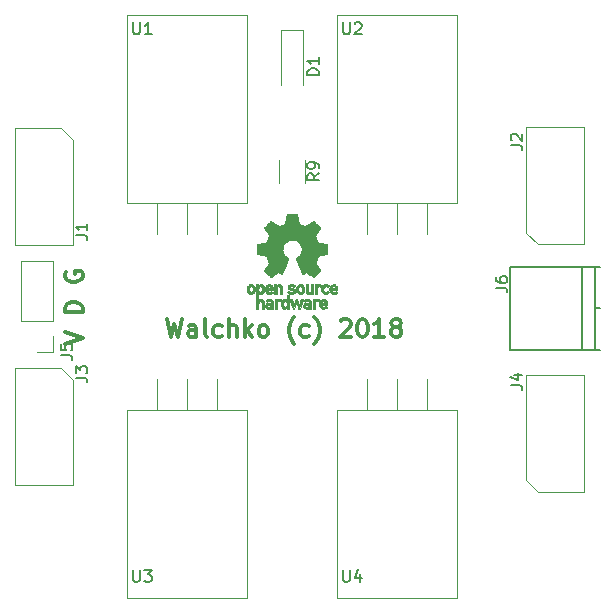
<source format=gbr>
G04 #@! TF.FileFunction,Legend,Top*
%FSLAX46Y46*%
G04 Gerber Fmt 4.6, Leading zero omitted, Abs format (unit mm)*
G04 Created by KiCad (PCBNEW 4.0.7) date Tuesday, March 06, 2018 'PMt' 10:16:58 PM*
%MOMM*%
%LPD*%
G01*
G04 APERTURE LIST*
%ADD10C,0.100000*%
%ADD11C,0.300000*%
%ADD12C,0.120000*%
%ADD13C,0.150000*%
%ADD14C,0.010000*%
G04 APERTURE END LIST*
D10*
D11*
X114113571Y-87597857D02*
X115613571Y-87097857D01*
X114113571Y-86597857D01*
X115613571Y-84955000D02*
X114113571Y-84955000D01*
X114113571Y-84597857D01*
X114185000Y-84383572D01*
X114327857Y-84240714D01*
X114470714Y-84169286D01*
X114756429Y-84097857D01*
X114970714Y-84097857D01*
X115256429Y-84169286D01*
X115399286Y-84240714D01*
X115542143Y-84383572D01*
X115613571Y-84597857D01*
X115613571Y-84955000D01*
X114185000Y-81526429D02*
X114113571Y-81669286D01*
X114113571Y-81883572D01*
X114185000Y-82097857D01*
X114327857Y-82240715D01*
X114470714Y-82312143D01*
X114756429Y-82383572D01*
X114970714Y-82383572D01*
X115256429Y-82312143D01*
X115399286Y-82240715D01*
X115542143Y-82097857D01*
X115613571Y-81883572D01*
X115613571Y-81740715D01*
X115542143Y-81526429D01*
X115470714Y-81455000D01*
X114970714Y-81455000D01*
X114970714Y-81740715D01*
X122750716Y-85538571D02*
X123107859Y-87038571D01*
X123393573Y-85967143D01*
X123679287Y-87038571D01*
X124036430Y-85538571D01*
X125250716Y-87038571D02*
X125250716Y-86252857D01*
X125179287Y-86110000D01*
X125036430Y-86038571D01*
X124750716Y-86038571D01*
X124607859Y-86110000D01*
X125250716Y-86967143D02*
X125107859Y-87038571D01*
X124750716Y-87038571D01*
X124607859Y-86967143D01*
X124536430Y-86824286D01*
X124536430Y-86681429D01*
X124607859Y-86538571D01*
X124750716Y-86467143D01*
X125107859Y-86467143D01*
X125250716Y-86395714D01*
X126179288Y-87038571D02*
X126036430Y-86967143D01*
X125965002Y-86824286D01*
X125965002Y-85538571D01*
X127393573Y-86967143D02*
X127250716Y-87038571D01*
X126965002Y-87038571D01*
X126822144Y-86967143D01*
X126750716Y-86895714D01*
X126679287Y-86752857D01*
X126679287Y-86324286D01*
X126750716Y-86181429D01*
X126822144Y-86110000D01*
X126965002Y-86038571D01*
X127250716Y-86038571D01*
X127393573Y-86110000D01*
X128036430Y-87038571D02*
X128036430Y-85538571D01*
X128679287Y-87038571D02*
X128679287Y-86252857D01*
X128607858Y-86110000D01*
X128465001Y-86038571D01*
X128250716Y-86038571D01*
X128107858Y-86110000D01*
X128036430Y-86181429D01*
X129393573Y-87038571D02*
X129393573Y-85538571D01*
X129536430Y-86467143D02*
X129965001Y-87038571D01*
X129965001Y-86038571D02*
X129393573Y-86610000D01*
X130822145Y-87038571D02*
X130679287Y-86967143D01*
X130607859Y-86895714D01*
X130536430Y-86752857D01*
X130536430Y-86324286D01*
X130607859Y-86181429D01*
X130679287Y-86110000D01*
X130822145Y-86038571D01*
X131036430Y-86038571D01*
X131179287Y-86110000D01*
X131250716Y-86181429D01*
X131322145Y-86324286D01*
X131322145Y-86752857D01*
X131250716Y-86895714D01*
X131179287Y-86967143D01*
X131036430Y-87038571D01*
X130822145Y-87038571D01*
X133536430Y-87610000D02*
X133465002Y-87538571D01*
X133322145Y-87324286D01*
X133250716Y-87181429D01*
X133179287Y-86967143D01*
X133107859Y-86610000D01*
X133107859Y-86324286D01*
X133179287Y-85967143D01*
X133250716Y-85752857D01*
X133322145Y-85610000D01*
X133465002Y-85395714D01*
X133536430Y-85324286D01*
X134750716Y-86967143D02*
X134607859Y-87038571D01*
X134322145Y-87038571D01*
X134179287Y-86967143D01*
X134107859Y-86895714D01*
X134036430Y-86752857D01*
X134036430Y-86324286D01*
X134107859Y-86181429D01*
X134179287Y-86110000D01*
X134322145Y-86038571D01*
X134607859Y-86038571D01*
X134750716Y-86110000D01*
X135250716Y-87610000D02*
X135322144Y-87538571D01*
X135465001Y-87324286D01*
X135536430Y-87181429D01*
X135607859Y-86967143D01*
X135679287Y-86610000D01*
X135679287Y-86324286D01*
X135607859Y-85967143D01*
X135536430Y-85752857D01*
X135465001Y-85610000D01*
X135322144Y-85395714D01*
X135250716Y-85324286D01*
X137465001Y-85681429D02*
X137536430Y-85610000D01*
X137679287Y-85538571D01*
X138036430Y-85538571D01*
X138179287Y-85610000D01*
X138250716Y-85681429D01*
X138322144Y-85824286D01*
X138322144Y-85967143D01*
X138250716Y-86181429D01*
X137393573Y-87038571D01*
X138322144Y-87038571D01*
X139250715Y-85538571D02*
X139393572Y-85538571D01*
X139536429Y-85610000D01*
X139607858Y-85681429D01*
X139679287Y-85824286D01*
X139750715Y-86110000D01*
X139750715Y-86467143D01*
X139679287Y-86752857D01*
X139607858Y-86895714D01*
X139536429Y-86967143D01*
X139393572Y-87038571D01*
X139250715Y-87038571D01*
X139107858Y-86967143D01*
X139036429Y-86895714D01*
X138965001Y-86752857D01*
X138893572Y-86467143D01*
X138893572Y-86110000D01*
X138965001Y-85824286D01*
X139036429Y-85681429D01*
X139107858Y-85610000D01*
X139250715Y-85538571D01*
X141179286Y-87038571D02*
X140322143Y-87038571D01*
X140750715Y-87038571D02*
X140750715Y-85538571D01*
X140607858Y-85752857D01*
X140465000Y-85895714D01*
X140322143Y-85967143D01*
X142036429Y-86181429D02*
X141893571Y-86110000D01*
X141822143Y-86038571D01*
X141750714Y-85895714D01*
X141750714Y-85824286D01*
X141822143Y-85681429D01*
X141893571Y-85610000D01*
X142036429Y-85538571D01*
X142322143Y-85538571D01*
X142465000Y-85610000D01*
X142536429Y-85681429D01*
X142607857Y-85824286D01*
X142607857Y-85895714D01*
X142536429Y-86038571D01*
X142465000Y-86110000D01*
X142322143Y-86181429D01*
X142036429Y-86181429D01*
X141893571Y-86252857D01*
X141822143Y-86324286D01*
X141750714Y-86467143D01*
X141750714Y-86752857D01*
X141822143Y-86895714D01*
X141893571Y-86967143D01*
X142036429Y-87038571D01*
X142322143Y-87038571D01*
X142465000Y-86967143D01*
X142536429Y-86895714D01*
X142607857Y-86752857D01*
X142607857Y-86467143D01*
X142536429Y-86324286D01*
X142465000Y-86252857D01*
X142322143Y-86181429D01*
D12*
X119340000Y-75685000D02*
X129580000Y-75685000D01*
X119340000Y-59795000D02*
X129580000Y-59795000D01*
X119340000Y-59795000D02*
X119340000Y-75685000D01*
X129580000Y-59795000D02*
X129580000Y-75685000D01*
X121920000Y-75685000D02*
X121920000Y-78325000D01*
X124460000Y-75685000D02*
X124460000Y-78309000D01*
X127000000Y-75685000D02*
X127000000Y-78309000D01*
X147360000Y-93225000D02*
X137120000Y-93225000D01*
X147360000Y-109115000D02*
X137120000Y-109115000D01*
X147360000Y-109115000D02*
X147360000Y-93225000D01*
X137120000Y-109115000D02*
X137120000Y-93225000D01*
X144780000Y-93225000D02*
X144780000Y-90585000D01*
X142240000Y-93225000D02*
X142240000Y-90601000D01*
X139700000Y-93225000D02*
X139700000Y-90601000D01*
X134300000Y-61035000D02*
X132400000Y-61035000D01*
X132400000Y-61035000D02*
X132400000Y-65735000D01*
X134300000Y-61035000D02*
X134300000Y-65735000D01*
X113090000Y-80585000D02*
X110430000Y-80585000D01*
X113090000Y-85725000D02*
X113090000Y-80585000D01*
X110430000Y-85725000D02*
X110430000Y-80585000D01*
X113090000Y-85725000D02*
X110430000Y-85725000D01*
X113090000Y-86995000D02*
X113090000Y-88325000D01*
X113090000Y-88325000D02*
X111760000Y-88325000D01*
D13*
X159040000Y-84610000D02*
X159440000Y-84610000D01*
X157940000Y-88110000D02*
X157940000Y-81110000D01*
X159040000Y-88110000D02*
X159040000Y-81110000D01*
X151840000Y-88110000D02*
X159440000Y-88110000D01*
X159440000Y-81110000D02*
X151840000Y-81110000D01*
X151840000Y-81110000D02*
X151840000Y-88110000D01*
D12*
X132280000Y-74025000D02*
X132280000Y-72025000D01*
X134420000Y-72025000D02*
X134420000Y-74025000D01*
X137120000Y-75685000D02*
X147360000Y-75685000D01*
X137120000Y-59795000D02*
X147360000Y-59795000D01*
X137120000Y-59795000D02*
X137120000Y-75685000D01*
X147360000Y-59795000D02*
X147360000Y-75685000D01*
X139700000Y-75685000D02*
X139700000Y-78325000D01*
X142240000Y-75685000D02*
X142240000Y-78309000D01*
X144780000Y-75685000D02*
X144780000Y-78309000D01*
X129580000Y-93225000D02*
X119340000Y-93225000D01*
X129580000Y-109115000D02*
X119340000Y-109115000D01*
X129580000Y-109115000D02*
X129580000Y-93225000D01*
X119340000Y-109115000D02*
X119340000Y-93225000D01*
X127000000Y-93225000D02*
X127000000Y-90585000D01*
X124460000Y-93225000D02*
X124460000Y-90601000D01*
X121920000Y-93225000D02*
X121920000Y-90601000D01*
X114830000Y-70385000D02*
X113830000Y-69385000D01*
X109930000Y-79285000D02*
X114830000Y-79285000D01*
X114830000Y-79285000D02*
X114830000Y-70385000D01*
X113830000Y-69385000D02*
X109930000Y-69385000D01*
X109930000Y-69385000D02*
X109930000Y-79285000D01*
X153140000Y-78205000D02*
X154140000Y-79205000D01*
X158040000Y-69305000D02*
X153140000Y-69305000D01*
X153140000Y-69305000D02*
X153140000Y-78205000D01*
X154140000Y-79205000D02*
X158040000Y-79205000D01*
X158040000Y-79205000D02*
X158040000Y-69305000D01*
X114830000Y-90705000D02*
X113830000Y-89705000D01*
X109930000Y-99605000D02*
X114830000Y-99605000D01*
X114830000Y-99605000D02*
X114830000Y-90705000D01*
X113830000Y-89705000D02*
X109930000Y-89705000D01*
X109930000Y-89705000D02*
X109930000Y-99605000D01*
X153140000Y-99160000D02*
X154140000Y-100160000D01*
X158040000Y-90260000D02*
X153140000Y-90260000D01*
X153140000Y-90260000D02*
X153140000Y-99160000D01*
X154140000Y-100160000D02*
X158040000Y-100160000D01*
X158040000Y-100160000D02*
X158040000Y-90260000D01*
D14*
G36*
X130813360Y-82597468D02*
X130848592Y-82614874D01*
X130892040Y-82645206D01*
X130923706Y-82678283D01*
X130945394Y-82719817D01*
X130958903Y-82775522D01*
X130966038Y-82851111D01*
X130968600Y-82952296D01*
X130968750Y-82995797D01*
X130968312Y-83091135D01*
X130966496Y-83159271D01*
X130962545Y-83206418D01*
X130955702Y-83238790D01*
X130945211Y-83262600D01*
X130934296Y-83278843D01*
X130864619Y-83347952D01*
X130782566Y-83389521D01*
X130694050Y-83402023D01*
X130604981Y-83383934D01*
X130576763Y-83371142D01*
X130509210Y-83335931D01*
X130509210Y-83887700D01*
X130558512Y-83862205D01*
X130623473Y-83842480D01*
X130703320Y-83837427D01*
X130783052Y-83846756D01*
X130843265Y-83867714D01*
X130893208Y-83907627D01*
X130935881Y-83964741D01*
X130939090Y-83970605D01*
X130952622Y-83998227D01*
X130962505Y-84026068D01*
X130969309Y-84059794D01*
X130973601Y-84105071D01*
X130975951Y-84167562D01*
X130976928Y-84252935D01*
X130977105Y-84349010D01*
X130977105Y-84655526D01*
X130793289Y-84655526D01*
X130793289Y-84090339D01*
X130741875Y-84047077D01*
X130688466Y-84012472D01*
X130637888Y-84006180D01*
X130587030Y-84022372D01*
X130559925Y-84038227D01*
X130539751Y-84060810D01*
X130525403Y-84094940D01*
X130515776Y-84145434D01*
X130509763Y-84217111D01*
X130506260Y-84314788D01*
X130505026Y-84379802D01*
X130500855Y-84647171D01*
X130413125Y-84652222D01*
X130325394Y-84657273D01*
X130325394Y-82998101D01*
X130509210Y-82998101D01*
X130513896Y-83090600D01*
X130529688Y-83154809D01*
X130559183Y-83194759D01*
X130604980Y-83214480D01*
X130651250Y-83218421D01*
X130703628Y-83213892D01*
X130738390Y-83196069D01*
X130760128Y-83172519D01*
X130777240Y-83147189D01*
X130787427Y-83118969D01*
X130791960Y-83079431D01*
X130792109Y-83020142D01*
X130790584Y-82970498D01*
X130787081Y-82895710D01*
X130781867Y-82846611D01*
X130773087Y-82815467D01*
X130758886Y-82794545D01*
X130745484Y-82782452D01*
X130689487Y-82756081D01*
X130623211Y-82751822D01*
X130585156Y-82760906D01*
X130547477Y-82793196D01*
X130522519Y-82856006D01*
X130510422Y-82948894D01*
X130509210Y-82998101D01*
X130325394Y-82998101D01*
X130325394Y-82583421D01*
X130417302Y-82583421D01*
X130472483Y-82585603D01*
X130500952Y-82593351D01*
X130509206Y-82608468D01*
X130509210Y-82608916D01*
X130513040Y-82623720D01*
X130529933Y-82622039D01*
X130563519Y-82605772D01*
X130641778Y-82580887D01*
X130729827Y-82578271D01*
X130813360Y-82597468D01*
X130813360Y-82597468D01*
G37*
X130813360Y-82597468D02*
X130848592Y-82614874D01*
X130892040Y-82645206D01*
X130923706Y-82678283D01*
X130945394Y-82719817D01*
X130958903Y-82775522D01*
X130966038Y-82851111D01*
X130968600Y-82952296D01*
X130968750Y-82995797D01*
X130968312Y-83091135D01*
X130966496Y-83159271D01*
X130962545Y-83206418D01*
X130955702Y-83238790D01*
X130945211Y-83262600D01*
X130934296Y-83278843D01*
X130864619Y-83347952D01*
X130782566Y-83389521D01*
X130694050Y-83402023D01*
X130604981Y-83383934D01*
X130576763Y-83371142D01*
X130509210Y-83335931D01*
X130509210Y-83887700D01*
X130558512Y-83862205D01*
X130623473Y-83842480D01*
X130703320Y-83837427D01*
X130783052Y-83846756D01*
X130843265Y-83867714D01*
X130893208Y-83907627D01*
X130935881Y-83964741D01*
X130939090Y-83970605D01*
X130952622Y-83998227D01*
X130962505Y-84026068D01*
X130969309Y-84059794D01*
X130973601Y-84105071D01*
X130975951Y-84167562D01*
X130976928Y-84252935D01*
X130977105Y-84349010D01*
X130977105Y-84655526D01*
X130793289Y-84655526D01*
X130793289Y-84090339D01*
X130741875Y-84047077D01*
X130688466Y-84012472D01*
X130637888Y-84006180D01*
X130587030Y-84022372D01*
X130559925Y-84038227D01*
X130539751Y-84060810D01*
X130525403Y-84094940D01*
X130515776Y-84145434D01*
X130509763Y-84217111D01*
X130506260Y-84314788D01*
X130505026Y-84379802D01*
X130500855Y-84647171D01*
X130413125Y-84652222D01*
X130325394Y-84657273D01*
X130325394Y-82998101D01*
X130509210Y-82998101D01*
X130513896Y-83090600D01*
X130529688Y-83154809D01*
X130559183Y-83194759D01*
X130604980Y-83214480D01*
X130651250Y-83218421D01*
X130703628Y-83213892D01*
X130738390Y-83196069D01*
X130760128Y-83172519D01*
X130777240Y-83147189D01*
X130787427Y-83118969D01*
X130791960Y-83079431D01*
X130792109Y-83020142D01*
X130790584Y-82970498D01*
X130787081Y-82895710D01*
X130781867Y-82846611D01*
X130773087Y-82815467D01*
X130758886Y-82794545D01*
X130745484Y-82782452D01*
X130689487Y-82756081D01*
X130623211Y-82751822D01*
X130585156Y-82760906D01*
X130547477Y-82793196D01*
X130522519Y-82856006D01*
X130510422Y-82948894D01*
X130509210Y-82998101D01*
X130325394Y-82998101D01*
X130325394Y-82583421D01*
X130417302Y-82583421D01*
X130472483Y-82585603D01*
X130500952Y-82593351D01*
X130509206Y-82608468D01*
X130509210Y-82608916D01*
X130513040Y-82623720D01*
X130529933Y-82622039D01*
X130563519Y-82605772D01*
X130641778Y-82580887D01*
X130729827Y-82578271D01*
X130813360Y-82597468D01*
G36*
X131510457Y-83843184D02*
X131589070Y-83864160D01*
X131648916Y-83902180D01*
X131691147Y-83951978D01*
X131704275Y-83973230D01*
X131713968Y-83995492D01*
X131720744Y-84023970D01*
X131725123Y-84063871D01*
X131727624Y-84120401D01*
X131728768Y-84198767D01*
X131729072Y-84304176D01*
X131729078Y-84332142D01*
X131729078Y-84655526D01*
X131648868Y-84655526D01*
X131597706Y-84651943D01*
X131559877Y-84642866D01*
X131550399Y-84637268D01*
X131524488Y-84627606D01*
X131498024Y-84637268D01*
X131454452Y-84649330D01*
X131391160Y-84654185D01*
X131321010Y-84652078D01*
X131256860Y-84643256D01*
X131219407Y-84631937D01*
X131146933Y-84585412D01*
X131101640Y-84520846D01*
X131081278Y-84435000D01*
X131081088Y-84432796D01*
X131082875Y-84394713D01*
X131244473Y-84394713D01*
X131258601Y-84438030D01*
X131281612Y-84462408D01*
X131327804Y-84480845D01*
X131388775Y-84488205D01*
X131450949Y-84484583D01*
X131500751Y-84470074D01*
X131514703Y-84460765D01*
X131539085Y-84417753D01*
X131545263Y-84368857D01*
X131545263Y-84304605D01*
X131452818Y-84304605D01*
X131364995Y-84311366D01*
X131298418Y-84330520D01*
X131257002Y-84360376D01*
X131244473Y-84394713D01*
X131082875Y-84394713D01*
X131085490Y-84339004D01*
X131116424Y-84264847D01*
X131174581Y-84208767D01*
X131182620Y-84203665D01*
X131217163Y-84187055D01*
X131259918Y-84176996D01*
X131319686Y-84172107D01*
X131390690Y-84170983D01*
X131545263Y-84170921D01*
X131545263Y-84106125D01*
X131538706Y-84055850D01*
X131521975Y-84022169D01*
X131520016Y-84020376D01*
X131482783Y-84005642D01*
X131426580Y-83999931D01*
X131364467Y-84002737D01*
X131309510Y-84013556D01*
X131276899Y-84029782D01*
X131259228Y-84042780D01*
X131240569Y-84045262D01*
X131214819Y-84034613D01*
X131175873Y-84008218D01*
X131117630Y-83963465D01*
X131112284Y-83959273D01*
X131115023Y-83943760D01*
X131137876Y-83917960D01*
X131172609Y-83889289D01*
X131210990Y-83865166D01*
X131223048Y-83859470D01*
X131267034Y-83848103D01*
X131331487Y-83839995D01*
X131403497Y-83836743D01*
X131406864Y-83836736D01*
X131510457Y-83843184D01*
X131510457Y-83843184D01*
G37*
X131510457Y-83843184D02*
X131589070Y-83864160D01*
X131648916Y-83902180D01*
X131691147Y-83951978D01*
X131704275Y-83973230D01*
X131713968Y-83995492D01*
X131720744Y-84023970D01*
X131725123Y-84063871D01*
X131727624Y-84120401D01*
X131728768Y-84198767D01*
X131729072Y-84304176D01*
X131729078Y-84332142D01*
X131729078Y-84655526D01*
X131648868Y-84655526D01*
X131597706Y-84651943D01*
X131559877Y-84642866D01*
X131550399Y-84637268D01*
X131524488Y-84627606D01*
X131498024Y-84637268D01*
X131454452Y-84649330D01*
X131391160Y-84654185D01*
X131321010Y-84652078D01*
X131256860Y-84643256D01*
X131219407Y-84631937D01*
X131146933Y-84585412D01*
X131101640Y-84520846D01*
X131081278Y-84435000D01*
X131081088Y-84432796D01*
X131082875Y-84394713D01*
X131244473Y-84394713D01*
X131258601Y-84438030D01*
X131281612Y-84462408D01*
X131327804Y-84480845D01*
X131388775Y-84488205D01*
X131450949Y-84484583D01*
X131500751Y-84470074D01*
X131514703Y-84460765D01*
X131539085Y-84417753D01*
X131545263Y-84368857D01*
X131545263Y-84304605D01*
X131452818Y-84304605D01*
X131364995Y-84311366D01*
X131298418Y-84330520D01*
X131257002Y-84360376D01*
X131244473Y-84394713D01*
X131082875Y-84394713D01*
X131085490Y-84339004D01*
X131116424Y-84264847D01*
X131174581Y-84208767D01*
X131182620Y-84203665D01*
X131217163Y-84187055D01*
X131259918Y-84176996D01*
X131319686Y-84172107D01*
X131390690Y-84170983D01*
X131545263Y-84170921D01*
X131545263Y-84106125D01*
X131538706Y-84055850D01*
X131521975Y-84022169D01*
X131520016Y-84020376D01*
X131482783Y-84005642D01*
X131426580Y-83999931D01*
X131364467Y-84002737D01*
X131309510Y-84013556D01*
X131276899Y-84029782D01*
X131259228Y-84042780D01*
X131240569Y-84045262D01*
X131214819Y-84034613D01*
X131175873Y-84008218D01*
X131117630Y-83963465D01*
X131112284Y-83959273D01*
X131115023Y-83943760D01*
X131137876Y-83917960D01*
X131172609Y-83889289D01*
X131210990Y-83865166D01*
X131223048Y-83859470D01*
X131267034Y-83848103D01*
X131331487Y-83839995D01*
X131403497Y-83836743D01*
X131406864Y-83836736D01*
X131510457Y-83843184D01*
G36*
X132029881Y-83838486D02*
X132054888Y-83845982D01*
X132062950Y-83862451D01*
X132063289Y-83869886D01*
X132064736Y-83890594D01*
X132074698Y-83893845D01*
X132101612Y-83879648D01*
X132117598Y-83869948D01*
X132168033Y-83849175D01*
X132228272Y-83838904D01*
X132291434Y-83838114D01*
X132350637Y-83845786D01*
X132399002Y-83860898D01*
X132429646Y-83882432D01*
X132435689Y-83909366D01*
X132432639Y-83916660D01*
X132410406Y-83946937D01*
X132375930Y-83984175D01*
X132369694Y-83990195D01*
X132336833Y-84017875D01*
X132308480Y-84026818D01*
X132268827Y-84020576D01*
X132252942Y-84016429D01*
X132203509Y-84006467D01*
X132168752Y-84010947D01*
X132139400Y-84026746D01*
X132112513Y-84047949D01*
X132092710Y-84074614D01*
X132078948Y-84111827D01*
X132070184Y-84164673D01*
X132065374Y-84238237D01*
X132063474Y-84337605D01*
X132063289Y-84397601D01*
X132063289Y-84655526D01*
X131896184Y-84655526D01*
X131896184Y-83836710D01*
X131979736Y-83836710D01*
X132029881Y-83838486D01*
X132029881Y-83838486D01*
G37*
X132029881Y-83838486D02*
X132054888Y-83845982D01*
X132062950Y-83862451D01*
X132063289Y-83869886D01*
X132064736Y-83890594D01*
X132074698Y-83893845D01*
X132101612Y-83879648D01*
X132117598Y-83869948D01*
X132168033Y-83849175D01*
X132228272Y-83838904D01*
X132291434Y-83838114D01*
X132350637Y-83845786D01*
X132399002Y-83860898D01*
X132429646Y-83882432D01*
X132435689Y-83909366D01*
X132432639Y-83916660D01*
X132410406Y-83946937D01*
X132375930Y-83984175D01*
X132369694Y-83990195D01*
X132336833Y-84017875D01*
X132308480Y-84026818D01*
X132268827Y-84020576D01*
X132252942Y-84016429D01*
X132203509Y-84006467D01*
X132168752Y-84010947D01*
X132139400Y-84026746D01*
X132112513Y-84047949D01*
X132092710Y-84074614D01*
X132078948Y-84111827D01*
X132070184Y-84164673D01*
X132065374Y-84238237D01*
X132063474Y-84337605D01*
X132063289Y-84397601D01*
X132063289Y-84655526D01*
X131896184Y-84655526D01*
X131896184Y-83836710D01*
X131979736Y-83836710D01*
X132029881Y-83838486D01*
G36*
X133082631Y-84655526D02*
X132990723Y-84655526D01*
X132937377Y-84653962D01*
X132909593Y-84647485D01*
X132899590Y-84633418D01*
X132898815Y-84623906D01*
X132897128Y-84604832D01*
X132886490Y-84601174D01*
X132858535Y-84612932D01*
X132836795Y-84623906D01*
X132753332Y-84649911D01*
X132662604Y-84651416D01*
X132588842Y-84632021D01*
X132520154Y-84585165D01*
X132467794Y-84516004D01*
X132439122Y-84434427D01*
X132438392Y-84429866D01*
X132434132Y-84380101D01*
X132432014Y-84308659D01*
X132432184Y-84254626D01*
X132614720Y-84254626D01*
X132618949Y-84326441D01*
X132628568Y-84385634D01*
X132641590Y-84419060D01*
X132690856Y-84464740D01*
X132749350Y-84481115D01*
X132809671Y-84467873D01*
X132861217Y-84428373D01*
X132880738Y-84401807D01*
X132892152Y-84370106D01*
X132897498Y-84323832D01*
X132898815Y-84254328D01*
X132896458Y-84185499D01*
X132890233Y-84125026D01*
X132881408Y-84084556D01*
X132879937Y-84080929D01*
X132844347Y-84037802D01*
X132792400Y-84014124D01*
X132734278Y-84010301D01*
X132680160Y-84026738D01*
X132640226Y-84063840D01*
X132636083Y-84071222D01*
X132623116Y-84116239D01*
X132616052Y-84180967D01*
X132614720Y-84254626D01*
X132432184Y-84254626D01*
X132432271Y-84227230D01*
X132433472Y-84183405D01*
X132441645Y-84074988D01*
X132458630Y-83993588D01*
X132486887Y-83933412D01*
X132528872Y-83888666D01*
X132569632Y-83862400D01*
X132626581Y-83843935D01*
X132697411Y-83837602D01*
X132769941Y-83842760D01*
X132831986Y-83858769D01*
X132864768Y-83877920D01*
X132898815Y-83908732D01*
X132898815Y-83519210D01*
X133082631Y-83519210D01*
X133082631Y-84655526D01*
X133082631Y-84655526D01*
G37*
X133082631Y-84655526D02*
X132990723Y-84655526D01*
X132937377Y-84653962D01*
X132909593Y-84647485D01*
X132899590Y-84633418D01*
X132898815Y-84623906D01*
X132897128Y-84604832D01*
X132886490Y-84601174D01*
X132858535Y-84612932D01*
X132836795Y-84623906D01*
X132753332Y-84649911D01*
X132662604Y-84651416D01*
X132588842Y-84632021D01*
X132520154Y-84585165D01*
X132467794Y-84516004D01*
X132439122Y-84434427D01*
X132438392Y-84429866D01*
X132434132Y-84380101D01*
X132432014Y-84308659D01*
X132432184Y-84254626D01*
X132614720Y-84254626D01*
X132618949Y-84326441D01*
X132628568Y-84385634D01*
X132641590Y-84419060D01*
X132690856Y-84464740D01*
X132749350Y-84481115D01*
X132809671Y-84467873D01*
X132861217Y-84428373D01*
X132880738Y-84401807D01*
X132892152Y-84370106D01*
X132897498Y-84323832D01*
X132898815Y-84254328D01*
X132896458Y-84185499D01*
X132890233Y-84125026D01*
X132881408Y-84084556D01*
X132879937Y-84080929D01*
X132844347Y-84037802D01*
X132792400Y-84014124D01*
X132734278Y-84010301D01*
X132680160Y-84026738D01*
X132640226Y-84063840D01*
X132636083Y-84071222D01*
X132623116Y-84116239D01*
X132616052Y-84180967D01*
X132614720Y-84254626D01*
X132432184Y-84254626D01*
X132432271Y-84227230D01*
X132433472Y-84183405D01*
X132441645Y-84074988D01*
X132458630Y-83993588D01*
X132486887Y-83933412D01*
X132528872Y-83888666D01*
X132569632Y-83862400D01*
X132626581Y-83843935D01*
X132697411Y-83837602D01*
X132769941Y-83842760D01*
X132831986Y-83858769D01*
X132864768Y-83877920D01*
X132898815Y-83908732D01*
X132898815Y-83519210D01*
X133082631Y-83519210D01*
X133082631Y-84655526D01*
G36*
X133724130Y-83840104D02*
X133790220Y-83845066D01*
X133876626Y-84104079D01*
X133963031Y-84363092D01*
X133990124Y-84271184D01*
X134006428Y-84214384D01*
X134027875Y-84137625D01*
X134051035Y-84053251D01*
X134063280Y-84007993D01*
X134109344Y-83836710D01*
X134299387Y-83836710D01*
X134242582Y-84016349D01*
X134214607Y-84104704D01*
X134180813Y-84211281D01*
X134145520Y-84322454D01*
X134114013Y-84421579D01*
X134042250Y-84647171D01*
X133887286Y-84657253D01*
X133845270Y-84518528D01*
X133819359Y-84432351D01*
X133791083Y-84337347D01*
X133766369Y-84253441D01*
X133765394Y-84250102D01*
X133746935Y-84193248D01*
X133730649Y-84154456D01*
X133719242Y-84139787D01*
X133716898Y-84141483D01*
X133708671Y-84164225D01*
X133693038Y-84212940D01*
X133671904Y-84281502D01*
X133647170Y-84363785D01*
X133633787Y-84409046D01*
X133561311Y-84655526D01*
X133407495Y-84655526D01*
X133284531Y-84267006D01*
X133249988Y-84158022D01*
X133218521Y-84059048D01*
X133191616Y-83974736D01*
X133170759Y-83909734D01*
X133157438Y-83868692D01*
X133153388Y-83856701D01*
X133156594Y-83844423D01*
X133181765Y-83839046D01*
X133234146Y-83839584D01*
X133242345Y-83839990D01*
X133339482Y-83845066D01*
X133403100Y-84079013D01*
X133426484Y-84164333D01*
X133447381Y-84239335D01*
X133463951Y-84297507D01*
X133474354Y-84332337D01*
X133476276Y-84338016D01*
X133484241Y-84331486D01*
X133500304Y-84297654D01*
X133522621Y-84241127D01*
X133549345Y-84166510D01*
X133571937Y-84099107D01*
X133658041Y-83835143D01*
X133724130Y-83840104D01*
X133724130Y-83840104D01*
G37*
X133724130Y-83840104D02*
X133790220Y-83845066D01*
X133876626Y-84104079D01*
X133963031Y-84363092D01*
X133990124Y-84271184D01*
X134006428Y-84214384D01*
X134027875Y-84137625D01*
X134051035Y-84053251D01*
X134063280Y-84007993D01*
X134109344Y-83836710D01*
X134299387Y-83836710D01*
X134242582Y-84016349D01*
X134214607Y-84104704D01*
X134180813Y-84211281D01*
X134145520Y-84322454D01*
X134114013Y-84421579D01*
X134042250Y-84647171D01*
X133887286Y-84657253D01*
X133845270Y-84518528D01*
X133819359Y-84432351D01*
X133791083Y-84337347D01*
X133766369Y-84253441D01*
X133765394Y-84250102D01*
X133746935Y-84193248D01*
X133730649Y-84154456D01*
X133719242Y-84139787D01*
X133716898Y-84141483D01*
X133708671Y-84164225D01*
X133693038Y-84212940D01*
X133671904Y-84281502D01*
X133647170Y-84363785D01*
X133633787Y-84409046D01*
X133561311Y-84655526D01*
X133407495Y-84655526D01*
X133284531Y-84267006D01*
X133249988Y-84158022D01*
X133218521Y-84059048D01*
X133191616Y-83974736D01*
X133170759Y-83909734D01*
X133157438Y-83868692D01*
X133153388Y-83856701D01*
X133156594Y-83844423D01*
X133181765Y-83839046D01*
X133234146Y-83839584D01*
X133242345Y-83839990D01*
X133339482Y-83845066D01*
X133403100Y-84079013D01*
X133426484Y-84164333D01*
X133447381Y-84239335D01*
X133463951Y-84297507D01*
X133474354Y-84332337D01*
X133476276Y-84338016D01*
X133484241Y-84331486D01*
X133500304Y-84297654D01*
X133522621Y-84241127D01*
X133549345Y-84166510D01*
X133571937Y-84099107D01*
X133658041Y-83835143D01*
X133724130Y-83840104D01*
G36*
X134729992Y-83841673D02*
X134800427Y-83858780D01*
X134820787Y-83867844D01*
X134860253Y-83891583D01*
X134890541Y-83918321D01*
X134912952Y-83952699D01*
X134928786Y-83999360D01*
X134939343Y-84062946D01*
X134945924Y-84148099D01*
X134949828Y-84259462D01*
X134951310Y-84333849D01*
X134956765Y-84655526D01*
X134863580Y-84655526D01*
X134807047Y-84653156D01*
X134777922Y-84645055D01*
X134770394Y-84631451D01*
X134766420Y-84616741D01*
X134748652Y-84619554D01*
X134724440Y-84631348D01*
X134663828Y-84649427D01*
X134585929Y-84654299D01*
X134503995Y-84646330D01*
X134431281Y-84625889D01*
X134424759Y-84623051D01*
X134358302Y-84576365D01*
X134314491Y-84511464D01*
X134294332Y-84435600D01*
X134295872Y-84408344D01*
X134460345Y-84408344D01*
X134474837Y-84445024D01*
X134517805Y-84471309D01*
X134587129Y-84485417D01*
X134624177Y-84487290D01*
X134685919Y-84482494D01*
X134726960Y-84463858D01*
X134736973Y-84455000D01*
X134764100Y-84406806D01*
X134770394Y-84363092D01*
X134770394Y-84304605D01*
X134688930Y-84304605D01*
X134594234Y-84309432D01*
X134527813Y-84324613D01*
X134485846Y-84351200D01*
X134476449Y-84363052D01*
X134460345Y-84408344D01*
X134295872Y-84408344D01*
X134298829Y-84356026D01*
X134328985Y-84279995D01*
X134370131Y-84228612D01*
X134395052Y-84206397D01*
X134419448Y-84191798D01*
X134451191Y-84182897D01*
X134498152Y-84177775D01*
X134568204Y-84174515D01*
X134595990Y-84173577D01*
X134770394Y-84167879D01*
X134770138Y-84115091D01*
X134763384Y-84059603D01*
X134738964Y-84026052D01*
X134689630Y-84004618D01*
X134688306Y-84004236D01*
X134618360Y-83995808D01*
X134549914Y-84006816D01*
X134499047Y-84033585D01*
X134478637Y-84046803D01*
X134456654Y-84044974D01*
X134422826Y-84025824D01*
X134402961Y-84012308D01*
X134364106Y-83983432D01*
X134340038Y-83961786D01*
X134336176Y-83955589D01*
X134352079Y-83923519D01*
X134399065Y-83885219D01*
X134419473Y-83872297D01*
X134478143Y-83850041D01*
X134557212Y-83837432D01*
X134645041Y-83834600D01*
X134729992Y-83841673D01*
X134729992Y-83841673D01*
G37*
X134729992Y-83841673D02*
X134800427Y-83858780D01*
X134820787Y-83867844D01*
X134860253Y-83891583D01*
X134890541Y-83918321D01*
X134912952Y-83952699D01*
X134928786Y-83999360D01*
X134939343Y-84062946D01*
X134945924Y-84148099D01*
X134949828Y-84259462D01*
X134951310Y-84333849D01*
X134956765Y-84655526D01*
X134863580Y-84655526D01*
X134807047Y-84653156D01*
X134777922Y-84645055D01*
X134770394Y-84631451D01*
X134766420Y-84616741D01*
X134748652Y-84619554D01*
X134724440Y-84631348D01*
X134663828Y-84649427D01*
X134585929Y-84654299D01*
X134503995Y-84646330D01*
X134431281Y-84625889D01*
X134424759Y-84623051D01*
X134358302Y-84576365D01*
X134314491Y-84511464D01*
X134294332Y-84435600D01*
X134295872Y-84408344D01*
X134460345Y-84408344D01*
X134474837Y-84445024D01*
X134517805Y-84471309D01*
X134587129Y-84485417D01*
X134624177Y-84487290D01*
X134685919Y-84482494D01*
X134726960Y-84463858D01*
X134736973Y-84455000D01*
X134764100Y-84406806D01*
X134770394Y-84363092D01*
X134770394Y-84304605D01*
X134688930Y-84304605D01*
X134594234Y-84309432D01*
X134527813Y-84324613D01*
X134485846Y-84351200D01*
X134476449Y-84363052D01*
X134460345Y-84408344D01*
X134295872Y-84408344D01*
X134298829Y-84356026D01*
X134328985Y-84279995D01*
X134370131Y-84228612D01*
X134395052Y-84206397D01*
X134419448Y-84191798D01*
X134451191Y-84182897D01*
X134498152Y-84177775D01*
X134568204Y-84174515D01*
X134595990Y-84173577D01*
X134770394Y-84167879D01*
X134770138Y-84115091D01*
X134763384Y-84059603D01*
X134738964Y-84026052D01*
X134689630Y-84004618D01*
X134688306Y-84004236D01*
X134618360Y-83995808D01*
X134549914Y-84006816D01*
X134499047Y-84033585D01*
X134478637Y-84046803D01*
X134456654Y-84044974D01*
X134422826Y-84025824D01*
X134402961Y-84012308D01*
X134364106Y-83983432D01*
X134340038Y-83961786D01*
X134336176Y-83955589D01*
X134352079Y-83923519D01*
X134399065Y-83885219D01*
X134419473Y-83872297D01*
X134478143Y-83850041D01*
X134557212Y-83837432D01*
X134645041Y-83834600D01*
X134729992Y-83841673D01*
G36*
X135523167Y-83836447D02*
X135587408Y-83849112D01*
X135623980Y-83867864D01*
X135662453Y-83899017D01*
X135607717Y-83968127D01*
X135573969Y-84009979D01*
X135551053Y-84030398D01*
X135528279Y-84033517D01*
X135494956Y-84023472D01*
X135479314Y-84017789D01*
X135415542Y-84009404D01*
X135357140Y-84027378D01*
X135314264Y-84067982D01*
X135307299Y-84080929D01*
X135299713Y-84115224D01*
X135293859Y-84178427D01*
X135290011Y-84266060D01*
X135288443Y-84373640D01*
X135288421Y-84388944D01*
X135288421Y-84655526D01*
X135104605Y-84655526D01*
X135104605Y-83836710D01*
X135196513Y-83836710D01*
X135249507Y-83838094D01*
X135277115Y-83844252D01*
X135287324Y-83858194D01*
X135288421Y-83871344D01*
X135288421Y-83905978D01*
X135332450Y-83871344D01*
X135382937Y-83847716D01*
X135450760Y-83836033D01*
X135523167Y-83836447D01*
X135523167Y-83836447D01*
G37*
X135523167Y-83836447D02*
X135587408Y-83849112D01*
X135623980Y-83867864D01*
X135662453Y-83899017D01*
X135607717Y-83968127D01*
X135573969Y-84009979D01*
X135551053Y-84030398D01*
X135528279Y-84033517D01*
X135494956Y-84023472D01*
X135479314Y-84017789D01*
X135415542Y-84009404D01*
X135357140Y-84027378D01*
X135314264Y-84067982D01*
X135307299Y-84080929D01*
X135299713Y-84115224D01*
X135293859Y-84178427D01*
X135290011Y-84266060D01*
X135288443Y-84373640D01*
X135288421Y-84388944D01*
X135288421Y-84655526D01*
X135104605Y-84655526D01*
X135104605Y-83836710D01*
X135196513Y-83836710D01*
X135249507Y-83838094D01*
X135277115Y-83844252D01*
X135287324Y-83858194D01*
X135288421Y-83871344D01*
X135288421Y-83905978D01*
X135332450Y-83871344D01*
X135382937Y-83847716D01*
X135450760Y-83836033D01*
X135523167Y-83836447D01*
G36*
X136051193Y-83841078D02*
X136131068Y-83861845D01*
X136197962Y-83904705D01*
X136230351Y-83936723D01*
X136283445Y-84012413D01*
X136313873Y-84100216D01*
X136324327Y-84208150D01*
X136324380Y-84216875D01*
X136324473Y-84304605D01*
X135819534Y-84304605D01*
X135830298Y-84350559D01*
X135849732Y-84392178D01*
X135883745Y-84435544D01*
X135890860Y-84442467D01*
X135952003Y-84479935D01*
X136021729Y-84486289D01*
X136101987Y-84461638D01*
X136115592Y-84455000D01*
X136157319Y-84434819D01*
X136185268Y-84423321D01*
X136190145Y-84422258D01*
X136207168Y-84432583D01*
X136239633Y-84457845D01*
X136256114Y-84471650D01*
X136290264Y-84503361D01*
X136301478Y-84524299D01*
X136293695Y-84543560D01*
X136289535Y-84548827D01*
X136261357Y-84571878D01*
X136214862Y-84599892D01*
X136182434Y-84616246D01*
X136090385Y-84645059D01*
X135988476Y-84654395D01*
X135891963Y-84643332D01*
X135864934Y-84635412D01*
X135781276Y-84590581D01*
X135719266Y-84521598D01*
X135678545Y-84427794D01*
X135658755Y-84308498D01*
X135656582Y-84246118D01*
X135662926Y-84155298D01*
X135823157Y-84155298D01*
X135838655Y-84162012D01*
X135880312Y-84167280D01*
X135940876Y-84170389D01*
X135981907Y-84170921D01*
X136055711Y-84170408D01*
X136102293Y-84168006D01*
X136127848Y-84162422D01*
X136138569Y-84152361D01*
X136140657Y-84137763D01*
X136126331Y-84092796D01*
X136090262Y-84048353D01*
X136042815Y-84014242D01*
X135995349Y-84000288D01*
X135930879Y-84012666D01*
X135875070Y-84048452D01*
X135836374Y-84100033D01*
X135823157Y-84155298D01*
X135662926Y-84155298D01*
X135665821Y-84113866D01*
X135694336Y-84008498D01*
X135742729Y-83929178D01*
X135811604Y-83875071D01*
X135901565Y-83845343D01*
X135950300Y-83839618D01*
X136051193Y-83841078D01*
X136051193Y-83841078D01*
G37*
X136051193Y-83841078D02*
X136131068Y-83861845D01*
X136197962Y-83904705D01*
X136230351Y-83936723D01*
X136283445Y-84012413D01*
X136313873Y-84100216D01*
X136324327Y-84208150D01*
X136324380Y-84216875D01*
X136324473Y-84304605D01*
X135819534Y-84304605D01*
X135830298Y-84350559D01*
X135849732Y-84392178D01*
X135883745Y-84435544D01*
X135890860Y-84442467D01*
X135952003Y-84479935D01*
X136021729Y-84486289D01*
X136101987Y-84461638D01*
X136115592Y-84455000D01*
X136157319Y-84434819D01*
X136185268Y-84423321D01*
X136190145Y-84422258D01*
X136207168Y-84432583D01*
X136239633Y-84457845D01*
X136256114Y-84471650D01*
X136290264Y-84503361D01*
X136301478Y-84524299D01*
X136293695Y-84543560D01*
X136289535Y-84548827D01*
X136261357Y-84571878D01*
X136214862Y-84599892D01*
X136182434Y-84616246D01*
X136090385Y-84645059D01*
X135988476Y-84654395D01*
X135891963Y-84643332D01*
X135864934Y-84635412D01*
X135781276Y-84590581D01*
X135719266Y-84521598D01*
X135678545Y-84427794D01*
X135658755Y-84308498D01*
X135656582Y-84246118D01*
X135662926Y-84155298D01*
X135823157Y-84155298D01*
X135838655Y-84162012D01*
X135880312Y-84167280D01*
X135940876Y-84170389D01*
X135981907Y-84170921D01*
X136055711Y-84170408D01*
X136102293Y-84168006D01*
X136127848Y-84162422D01*
X136138569Y-84152361D01*
X136140657Y-84137763D01*
X136126331Y-84092796D01*
X136090262Y-84048353D01*
X136042815Y-84014242D01*
X135995349Y-84000288D01*
X135930879Y-84012666D01*
X135875070Y-84048452D01*
X135836374Y-84100033D01*
X135823157Y-84155298D01*
X135662926Y-84155298D01*
X135665821Y-84113866D01*
X135694336Y-84008498D01*
X135742729Y-83929178D01*
X135811604Y-83875071D01*
X135901565Y-83845343D01*
X135950300Y-83839618D01*
X136051193Y-83841078D01*
G36*
X129976784Y-82592104D02*
X130064205Y-82630754D01*
X130130570Y-82695290D01*
X130175976Y-82785812D01*
X130200518Y-82902418D01*
X130202277Y-82920624D01*
X130203656Y-83048984D01*
X130185784Y-83161496D01*
X130149750Y-83252688D01*
X130130455Y-83282022D01*
X130063245Y-83344106D01*
X129977650Y-83384316D01*
X129881890Y-83401003D01*
X129784187Y-83392517D01*
X129709917Y-83366380D01*
X129646047Y-83322335D01*
X129593846Y-83264587D01*
X129592943Y-83263236D01*
X129571744Y-83227593D01*
X129557967Y-83191752D01*
X129549624Y-83146519D01*
X129544727Y-83082701D01*
X129542569Y-83030368D01*
X129541671Y-82982910D01*
X129708743Y-82982910D01*
X129710376Y-83030154D01*
X129716304Y-83093046D01*
X129726761Y-83133407D01*
X129745619Y-83162122D01*
X129763281Y-83178896D01*
X129825894Y-83214016D01*
X129891408Y-83218710D01*
X129952421Y-83193440D01*
X129982928Y-83165124D01*
X130004911Y-83136589D01*
X130017769Y-83109284D01*
X130023412Y-83073750D01*
X130023751Y-83020524D01*
X130022012Y-82971506D01*
X130018271Y-82901482D01*
X130012341Y-82856064D01*
X130001653Y-82826440D01*
X129983639Y-82803797D01*
X129969363Y-82790855D01*
X129909651Y-82756860D01*
X129845234Y-82755165D01*
X129791219Y-82775301D01*
X129745140Y-82817352D01*
X129717689Y-82886428D01*
X129708743Y-82982910D01*
X129541671Y-82982910D01*
X129540599Y-82926299D01*
X129543964Y-82848468D01*
X129554045Y-82789930D01*
X129572226Y-82743737D01*
X129599890Y-82702942D01*
X129610146Y-82690828D01*
X129674278Y-82630474D01*
X129743066Y-82595220D01*
X129827189Y-82580450D01*
X129868209Y-82579243D01*
X129976784Y-82592104D01*
X129976784Y-82592104D01*
G37*
X129976784Y-82592104D02*
X130064205Y-82630754D01*
X130130570Y-82695290D01*
X130175976Y-82785812D01*
X130200518Y-82902418D01*
X130202277Y-82920624D01*
X130203656Y-83048984D01*
X130185784Y-83161496D01*
X130149750Y-83252688D01*
X130130455Y-83282022D01*
X130063245Y-83344106D01*
X129977650Y-83384316D01*
X129881890Y-83401003D01*
X129784187Y-83392517D01*
X129709917Y-83366380D01*
X129646047Y-83322335D01*
X129593846Y-83264587D01*
X129592943Y-83263236D01*
X129571744Y-83227593D01*
X129557967Y-83191752D01*
X129549624Y-83146519D01*
X129544727Y-83082701D01*
X129542569Y-83030368D01*
X129541671Y-82982910D01*
X129708743Y-82982910D01*
X129710376Y-83030154D01*
X129716304Y-83093046D01*
X129726761Y-83133407D01*
X129745619Y-83162122D01*
X129763281Y-83178896D01*
X129825894Y-83214016D01*
X129891408Y-83218710D01*
X129952421Y-83193440D01*
X129982928Y-83165124D01*
X130004911Y-83136589D01*
X130017769Y-83109284D01*
X130023412Y-83073750D01*
X130023751Y-83020524D01*
X130022012Y-82971506D01*
X130018271Y-82901482D01*
X130012341Y-82856064D01*
X130001653Y-82826440D01*
X129983639Y-82803797D01*
X129969363Y-82790855D01*
X129909651Y-82756860D01*
X129845234Y-82755165D01*
X129791219Y-82775301D01*
X129745140Y-82817352D01*
X129717689Y-82886428D01*
X129708743Y-82982910D01*
X129541671Y-82982910D01*
X129540599Y-82926299D01*
X129543964Y-82848468D01*
X129554045Y-82789930D01*
X129572226Y-82743737D01*
X129599890Y-82702942D01*
X129610146Y-82690828D01*
X129674278Y-82630474D01*
X129743066Y-82595220D01*
X129827189Y-82580450D01*
X129868209Y-82579243D01*
X129976784Y-82592104D01*
G36*
X131547018Y-82602027D02*
X131563670Y-82609866D01*
X131621305Y-82652086D01*
X131675805Y-82713700D01*
X131716499Y-82781543D01*
X131728074Y-82812734D01*
X131738634Y-82868449D01*
X131744931Y-82935781D01*
X131745696Y-82963585D01*
X131745789Y-83051316D01*
X131240850Y-83051316D01*
X131251613Y-83097270D01*
X131278033Y-83151620D01*
X131324222Y-83198591D01*
X131379172Y-83228848D01*
X131414189Y-83235131D01*
X131461677Y-83227506D01*
X131518335Y-83208383D01*
X131537582Y-83199584D01*
X131608759Y-83164036D01*
X131669502Y-83210367D01*
X131704552Y-83241703D01*
X131723202Y-83267567D01*
X131724147Y-83275158D01*
X131707485Y-83293556D01*
X131670970Y-83321515D01*
X131637828Y-83343327D01*
X131548393Y-83382537D01*
X131448129Y-83400285D01*
X131348754Y-83395670D01*
X131269539Y-83371551D01*
X131187880Y-83319884D01*
X131129849Y-83251856D01*
X131093546Y-83163843D01*
X131077072Y-83052216D01*
X131075611Y-83001138D01*
X131081457Y-82884091D01*
X131082175Y-82880686D01*
X131249489Y-82880686D01*
X131254097Y-82891662D01*
X131273036Y-82897715D01*
X131312098Y-82900310D01*
X131377077Y-82900910D01*
X131402097Y-82900921D01*
X131478221Y-82900014D01*
X131526496Y-82896720D01*
X131552460Y-82890181D01*
X131561648Y-82879537D01*
X131561973Y-82876119D01*
X131551487Y-82848956D01*
X131525242Y-82810903D01*
X131513959Y-82797579D01*
X131472072Y-82759896D01*
X131428409Y-82745080D01*
X131404885Y-82743842D01*
X131341243Y-82759329D01*
X131287873Y-82800930D01*
X131254019Y-82861353D01*
X131253419Y-82863322D01*
X131249489Y-82880686D01*
X131082175Y-82880686D01*
X131100899Y-82791928D01*
X131135922Y-82718190D01*
X131178756Y-82665848D01*
X131257948Y-82609092D01*
X131351040Y-82578762D01*
X131450055Y-82576021D01*
X131547018Y-82602027D01*
X131547018Y-82602027D01*
G37*
X131547018Y-82602027D02*
X131563670Y-82609866D01*
X131621305Y-82652086D01*
X131675805Y-82713700D01*
X131716499Y-82781543D01*
X131728074Y-82812734D01*
X131738634Y-82868449D01*
X131744931Y-82935781D01*
X131745696Y-82963585D01*
X131745789Y-83051316D01*
X131240850Y-83051316D01*
X131251613Y-83097270D01*
X131278033Y-83151620D01*
X131324222Y-83198591D01*
X131379172Y-83228848D01*
X131414189Y-83235131D01*
X131461677Y-83227506D01*
X131518335Y-83208383D01*
X131537582Y-83199584D01*
X131608759Y-83164036D01*
X131669502Y-83210367D01*
X131704552Y-83241703D01*
X131723202Y-83267567D01*
X131724147Y-83275158D01*
X131707485Y-83293556D01*
X131670970Y-83321515D01*
X131637828Y-83343327D01*
X131548393Y-83382537D01*
X131448129Y-83400285D01*
X131348754Y-83395670D01*
X131269539Y-83371551D01*
X131187880Y-83319884D01*
X131129849Y-83251856D01*
X131093546Y-83163843D01*
X131077072Y-83052216D01*
X131075611Y-83001138D01*
X131081457Y-82884091D01*
X131082175Y-82880686D01*
X131249489Y-82880686D01*
X131254097Y-82891662D01*
X131273036Y-82897715D01*
X131312098Y-82900310D01*
X131377077Y-82900910D01*
X131402097Y-82900921D01*
X131478221Y-82900014D01*
X131526496Y-82896720D01*
X131552460Y-82890181D01*
X131561648Y-82879537D01*
X131561973Y-82876119D01*
X131551487Y-82848956D01*
X131525242Y-82810903D01*
X131513959Y-82797579D01*
X131472072Y-82759896D01*
X131428409Y-82745080D01*
X131404885Y-82743842D01*
X131341243Y-82759329D01*
X131287873Y-82800930D01*
X131254019Y-82861353D01*
X131253419Y-82863322D01*
X131249489Y-82880686D01*
X131082175Y-82880686D01*
X131100899Y-82791928D01*
X131135922Y-82718190D01*
X131178756Y-82665848D01*
X131257948Y-82609092D01*
X131351040Y-82578762D01*
X131450055Y-82576021D01*
X131547018Y-82602027D01*
G36*
X133368628Y-82580547D02*
X133431908Y-82592548D01*
X133497557Y-82617648D01*
X133504572Y-82620848D01*
X133554356Y-82647026D01*
X133588834Y-82671353D01*
X133599978Y-82686937D01*
X133589366Y-82712353D01*
X133563588Y-82749853D01*
X133552146Y-82763852D01*
X133504992Y-82818954D01*
X133444201Y-82783086D01*
X133386347Y-82759192D01*
X133319500Y-82746420D01*
X133255394Y-82745613D01*
X133205764Y-82757615D01*
X133193854Y-82765105D01*
X133171172Y-82799450D01*
X133168416Y-82839013D01*
X133185388Y-82869920D01*
X133195427Y-82875913D01*
X133225510Y-82883357D01*
X133278389Y-82892106D01*
X133343575Y-82900467D01*
X133355600Y-82901778D01*
X133460297Y-82919888D01*
X133536232Y-82950651D01*
X133586592Y-82996907D01*
X133614564Y-83061497D01*
X133623278Y-83140387D01*
X133611240Y-83230065D01*
X133572151Y-83300486D01*
X133505855Y-83351777D01*
X133412194Y-83384067D01*
X133308223Y-83396807D01*
X133223438Y-83396654D01*
X133154665Y-83385083D01*
X133107697Y-83369109D01*
X133048350Y-83341275D01*
X132993506Y-83308973D01*
X132974013Y-83294755D01*
X132923881Y-83253835D01*
X133044803Y-83131477D01*
X133113543Y-83176967D01*
X133182488Y-83211133D01*
X133256111Y-83229004D01*
X133326883Y-83230889D01*
X133387274Y-83217101D01*
X133429757Y-83187949D01*
X133443474Y-83163352D01*
X133441417Y-83123904D01*
X133407330Y-83093737D01*
X133341308Y-83072906D01*
X133268974Y-83063279D01*
X133157652Y-83044910D01*
X133074952Y-83010254D01*
X133019765Y-82958297D01*
X132990988Y-82888023D01*
X132987001Y-82804707D01*
X133006693Y-82717681D01*
X133051589Y-82651902D01*
X133122091Y-82607068D01*
X133218601Y-82582879D01*
X133290100Y-82578137D01*
X133368628Y-82580547D01*
X133368628Y-82580547D01*
G37*
X133368628Y-82580547D02*
X133431908Y-82592548D01*
X133497557Y-82617648D01*
X133504572Y-82620848D01*
X133554356Y-82647026D01*
X133588834Y-82671353D01*
X133599978Y-82686937D01*
X133589366Y-82712353D01*
X133563588Y-82749853D01*
X133552146Y-82763852D01*
X133504992Y-82818954D01*
X133444201Y-82783086D01*
X133386347Y-82759192D01*
X133319500Y-82746420D01*
X133255394Y-82745613D01*
X133205764Y-82757615D01*
X133193854Y-82765105D01*
X133171172Y-82799450D01*
X133168416Y-82839013D01*
X133185388Y-82869920D01*
X133195427Y-82875913D01*
X133225510Y-82883357D01*
X133278389Y-82892106D01*
X133343575Y-82900467D01*
X133355600Y-82901778D01*
X133460297Y-82919888D01*
X133536232Y-82950651D01*
X133586592Y-82996907D01*
X133614564Y-83061497D01*
X133623278Y-83140387D01*
X133611240Y-83230065D01*
X133572151Y-83300486D01*
X133505855Y-83351777D01*
X133412194Y-83384067D01*
X133308223Y-83396807D01*
X133223438Y-83396654D01*
X133154665Y-83385083D01*
X133107697Y-83369109D01*
X133048350Y-83341275D01*
X132993506Y-83308973D01*
X132974013Y-83294755D01*
X132923881Y-83253835D01*
X133044803Y-83131477D01*
X133113543Y-83176967D01*
X133182488Y-83211133D01*
X133256111Y-83229004D01*
X133326883Y-83230889D01*
X133387274Y-83217101D01*
X133429757Y-83187949D01*
X133443474Y-83163352D01*
X133441417Y-83123904D01*
X133407330Y-83093737D01*
X133341308Y-83072906D01*
X133268974Y-83063279D01*
X133157652Y-83044910D01*
X133074952Y-83010254D01*
X133019765Y-82958297D01*
X132990988Y-82888023D01*
X132987001Y-82804707D01*
X133006693Y-82717681D01*
X133051589Y-82651902D01*
X133122091Y-82607068D01*
X133218601Y-82582879D01*
X133290100Y-82578137D01*
X133368628Y-82580547D01*
G36*
X134161669Y-82593310D02*
X134246192Y-82639340D01*
X134312321Y-82712006D01*
X134343478Y-82771106D01*
X134356855Y-82823305D01*
X134365522Y-82897719D01*
X134369237Y-82983442D01*
X134367754Y-83069569D01*
X134360831Y-83145193D01*
X134352745Y-83185584D01*
X134325465Y-83240840D01*
X134278220Y-83299530D01*
X134221282Y-83350852D01*
X134164924Y-83384005D01*
X134163550Y-83384531D01*
X134093616Y-83399018D01*
X134010737Y-83399377D01*
X133931977Y-83386188D01*
X133901566Y-83375617D01*
X133823239Y-83331201D01*
X133767143Y-83273007D01*
X133730286Y-83195965D01*
X133709680Y-83095001D01*
X133705018Y-83042116D01*
X133705613Y-82975663D01*
X133884736Y-82975663D01*
X133890770Y-83072630D01*
X133908138Y-83146523D01*
X133935740Y-83193736D01*
X133955404Y-83207237D01*
X134005787Y-83216651D01*
X134065673Y-83213864D01*
X134117449Y-83200316D01*
X134131027Y-83192862D01*
X134166849Y-83149451D01*
X134190493Y-83083014D01*
X134200558Y-83002161D01*
X134195642Y-82915502D01*
X134184655Y-82863349D01*
X134153109Y-82802951D01*
X134103311Y-82765197D01*
X134043337Y-82752143D01*
X133981264Y-82765849D01*
X133933582Y-82799372D01*
X133908525Y-82827031D01*
X133893900Y-82854294D01*
X133886929Y-82891190D01*
X133884833Y-82947750D01*
X133884736Y-82975663D01*
X133705613Y-82975663D01*
X133706282Y-82900994D01*
X133729265Y-82785271D01*
X133773972Y-82694941D01*
X133840405Y-82630000D01*
X133928565Y-82590445D01*
X133947495Y-82585858D01*
X134061266Y-82575090D01*
X134161669Y-82593310D01*
X134161669Y-82593310D01*
G37*
X134161669Y-82593310D02*
X134246192Y-82639340D01*
X134312321Y-82712006D01*
X134343478Y-82771106D01*
X134356855Y-82823305D01*
X134365522Y-82897719D01*
X134369237Y-82983442D01*
X134367754Y-83069569D01*
X134360831Y-83145193D01*
X134352745Y-83185584D01*
X134325465Y-83240840D01*
X134278220Y-83299530D01*
X134221282Y-83350852D01*
X134164924Y-83384005D01*
X134163550Y-83384531D01*
X134093616Y-83399018D01*
X134010737Y-83399377D01*
X133931977Y-83386188D01*
X133901566Y-83375617D01*
X133823239Y-83331201D01*
X133767143Y-83273007D01*
X133730286Y-83195965D01*
X133709680Y-83095001D01*
X133705018Y-83042116D01*
X133705613Y-82975663D01*
X133884736Y-82975663D01*
X133890770Y-83072630D01*
X133908138Y-83146523D01*
X133935740Y-83193736D01*
X133955404Y-83207237D01*
X134005787Y-83216651D01*
X134065673Y-83213864D01*
X134117449Y-83200316D01*
X134131027Y-83192862D01*
X134166849Y-83149451D01*
X134190493Y-83083014D01*
X134200558Y-83002161D01*
X134195642Y-82915502D01*
X134184655Y-82863349D01*
X134153109Y-82802951D01*
X134103311Y-82765197D01*
X134043337Y-82752143D01*
X133981264Y-82765849D01*
X133933582Y-82799372D01*
X133908525Y-82827031D01*
X133893900Y-82854294D01*
X133886929Y-82891190D01*
X133884833Y-82947750D01*
X133884736Y-82975663D01*
X133705613Y-82975663D01*
X133706282Y-82900994D01*
X133729265Y-82785271D01*
X133773972Y-82694941D01*
X133840405Y-82630000D01*
X133928565Y-82590445D01*
X133947495Y-82585858D01*
X134061266Y-82575090D01*
X134161669Y-82593310D01*
G36*
X134670131Y-82843533D02*
X134671710Y-82966089D01*
X134677481Y-83059179D01*
X134688991Y-83126651D01*
X134707790Y-83172355D01*
X134735426Y-83200139D01*
X134773448Y-83213854D01*
X134820526Y-83217358D01*
X134869832Y-83213432D01*
X134907283Y-83199089D01*
X134934428Y-83170478D01*
X134952815Y-83123751D01*
X134963993Y-83055058D01*
X134969511Y-82960550D01*
X134970921Y-82843533D01*
X134970921Y-82583421D01*
X135154736Y-82583421D01*
X135154736Y-83385526D01*
X135062828Y-83385526D01*
X135007422Y-83383281D01*
X134978891Y-83375396D01*
X134970921Y-83360428D01*
X134966120Y-83347097D01*
X134947014Y-83349917D01*
X134908504Y-83368783D01*
X134820239Y-83397887D01*
X134726623Y-83395825D01*
X134636921Y-83364221D01*
X134594204Y-83339257D01*
X134561621Y-83312226D01*
X134537817Y-83278405D01*
X134521439Y-83233068D01*
X134511131Y-83171489D01*
X134505541Y-83088943D01*
X134503312Y-82980705D01*
X134503026Y-82897004D01*
X134503026Y-82583421D01*
X134670131Y-82583421D01*
X134670131Y-82843533D01*
X134670131Y-82843533D01*
G37*
X134670131Y-82843533D02*
X134671710Y-82966089D01*
X134677481Y-83059179D01*
X134688991Y-83126651D01*
X134707790Y-83172355D01*
X134735426Y-83200139D01*
X134773448Y-83213854D01*
X134820526Y-83217358D01*
X134869832Y-83213432D01*
X134907283Y-83199089D01*
X134934428Y-83170478D01*
X134952815Y-83123751D01*
X134963993Y-83055058D01*
X134969511Y-82960550D01*
X134970921Y-82843533D01*
X134970921Y-82583421D01*
X135154736Y-82583421D01*
X135154736Y-83385526D01*
X135062828Y-83385526D01*
X135007422Y-83383281D01*
X134978891Y-83375396D01*
X134970921Y-83360428D01*
X134966120Y-83347097D01*
X134947014Y-83349917D01*
X134908504Y-83368783D01*
X134820239Y-83397887D01*
X134726623Y-83395825D01*
X134636921Y-83364221D01*
X134594204Y-83339257D01*
X134561621Y-83312226D01*
X134537817Y-83278405D01*
X134521439Y-83233068D01*
X134511131Y-83171489D01*
X134505541Y-83088943D01*
X134503312Y-82980705D01*
X134503026Y-82897004D01*
X134503026Y-82583421D01*
X134670131Y-82583421D01*
X134670131Y-82843533D01*
G36*
X136296576Y-82590419D02*
X136393395Y-82631549D01*
X136423890Y-82651571D01*
X136462865Y-82682340D01*
X136487331Y-82706533D01*
X136491578Y-82714413D01*
X136479584Y-82731899D01*
X136448887Y-82761570D01*
X136424312Y-82782279D01*
X136357046Y-82836336D01*
X136303930Y-82791642D01*
X136262884Y-82762789D01*
X136222863Y-82752829D01*
X136177059Y-82755261D01*
X136104324Y-82773345D01*
X136054256Y-82810881D01*
X136023829Y-82871562D01*
X136010017Y-82959081D01*
X136010013Y-82959136D01*
X136011208Y-83056958D01*
X136029772Y-83128730D01*
X136066804Y-83177595D01*
X136092050Y-83194143D01*
X136159097Y-83214749D01*
X136230709Y-83214762D01*
X136293015Y-83194768D01*
X136307763Y-83185000D01*
X136344750Y-83160047D01*
X136373668Y-83155958D01*
X136404856Y-83174530D01*
X136439336Y-83207887D01*
X136493912Y-83264196D01*
X136433318Y-83314142D01*
X136339698Y-83370513D01*
X136234125Y-83398293D01*
X136123798Y-83396282D01*
X136051343Y-83377862D01*
X135966656Y-83332310D01*
X135898927Y-83260650D01*
X135868157Y-83210066D01*
X135843236Y-83137488D01*
X135830766Y-83045569D01*
X135830670Y-82945948D01*
X135842870Y-82850267D01*
X135867290Y-82770169D01*
X135871136Y-82761956D01*
X135928093Y-82681413D01*
X136005209Y-82622771D01*
X136096390Y-82587247D01*
X136195543Y-82576057D01*
X136296576Y-82590419D01*
X136296576Y-82590419D01*
G37*
X136296576Y-82590419D02*
X136393395Y-82631549D01*
X136423890Y-82651571D01*
X136462865Y-82682340D01*
X136487331Y-82706533D01*
X136491578Y-82714413D01*
X136479584Y-82731899D01*
X136448887Y-82761570D01*
X136424312Y-82782279D01*
X136357046Y-82836336D01*
X136303930Y-82791642D01*
X136262884Y-82762789D01*
X136222863Y-82752829D01*
X136177059Y-82755261D01*
X136104324Y-82773345D01*
X136054256Y-82810881D01*
X136023829Y-82871562D01*
X136010017Y-82959081D01*
X136010013Y-82959136D01*
X136011208Y-83056958D01*
X136029772Y-83128730D01*
X136066804Y-83177595D01*
X136092050Y-83194143D01*
X136159097Y-83214749D01*
X136230709Y-83214762D01*
X136293015Y-83194768D01*
X136307763Y-83185000D01*
X136344750Y-83160047D01*
X136373668Y-83155958D01*
X136404856Y-83174530D01*
X136439336Y-83207887D01*
X136493912Y-83264196D01*
X136433318Y-83314142D01*
X136339698Y-83370513D01*
X136234125Y-83398293D01*
X136123798Y-83396282D01*
X136051343Y-83377862D01*
X135966656Y-83332310D01*
X135898927Y-83260650D01*
X135868157Y-83210066D01*
X135843236Y-83137488D01*
X135830766Y-83045569D01*
X135830670Y-82945948D01*
X135842870Y-82850267D01*
X135867290Y-82770169D01*
X135871136Y-82761956D01*
X135928093Y-82681413D01*
X136005209Y-82622771D01*
X136096390Y-82587247D01*
X136195543Y-82576057D01*
X136296576Y-82590419D01*
G36*
X136908784Y-82580554D02*
X136951574Y-82590949D01*
X137033609Y-82629013D01*
X137103757Y-82687149D01*
X137152305Y-82756852D01*
X137158975Y-82772502D01*
X137168124Y-82813496D01*
X137174529Y-82874138D01*
X137176710Y-82935430D01*
X137176710Y-83051316D01*
X136934407Y-83051316D01*
X136834471Y-83051693D01*
X136764069Y-83053987D01*
X136719313Y-83059938D01*
X136696315Y-83071285D01*
X136691189Y-83089771D01*
X136700048Y-83117136D01*
X136715917Y-83149155D01*
X136760184Y-83202592D01*
X136821699Y-83229215D01*
X136896885Y-83228347D01*
X136982053Y-83199371D01*
X137055659Y-83163611D01*
X137116734Y-83211904D01*
X137177810Y-83260197D01*
X137120351Y-83313285D01*
X137043641Y-83363445D01*
X136949302Y-83393688D01*
X136847827Y-83402151D01*
X136749711Y-83386974D01*
X136733881Y-83381824D01*
X136647647Y-83336791D01*
X136583501Y-83269652D01*
X136540091Y-83178405D01*
X136516064Y-83061044D01*
X136515784Y-83058529D01*
X136513633Y-82930627D01*
X136522329Y-82884997D01*
X136692105Y-82884997D01*
X136707697Y-82892013D01*
X136750029Y-82897388D01*
X136812434Y-82900457D01*
X136851981Y-82900921D01*
X136925728Y-82900630D01*
X136971840Y-82898783D01*
X136996100Y-82893912D01*
X137004294Y-82884555D01*
X137002206Y-82869245D01*
X137000455Y-82863322D01*
X136970560Y-82807668D01*
X136923542Y-82762815D01*
X136882049Y-82743105D01*
X136826926Y-82744295D01*
X136771068Y-82768875D01*
X136724212Y-82809570D01*
X136696094Y-82859108D01*
X136692105Y-82884997D01*
X136522329Y-82884997D01*
X136535074Y-82818133D01*
X136577611Y-82723727D01*
X136638747Y-82650088D01*
X136715985Y-82599893D01*
X136806830Y-82575822D01*
X136908784Y-82580554D01*
X136908784Y-82580554D01*
G37*
X136908784Y-82580554D02*
X136951574Y-82590949D01*
X137033609Y-82629013D01*
X137103757Y-82687149D01*
X137152305Y-82756852D01*
X137158975Y-82772502D01*
X137168124Y-82813496D01*
X137174529Y-82874138D01*
X137176710Y-82935430D01*
X137176710Y-83051316D01*
X136934407Y-83051316D01*
X136834471Y-83051693D01*
X136764069Y-83053987D01*
X136719313Y-83059938D01*
X136696315Y-83071285D01*
X136691189Y-83089771D01*
X136700048Y-83117136D01*
X136715917Y-83149155D01*
X136760184Y-83202592D01*
X136821699Y-83229215D01*
X136896885Y-83228347D01*
X136982053Y-83199371D01*
X137055659Y-83163611D01*
X137116734Y-83211904D01*
X137177810Y-83260197D01*
X137120351Y-83313285D01*
X137043641Y-83363445D01*
X136949302Y-83393688D01*
X136847827Y-83402151D01*
X136749711Y-83386974D01*
X136733881Y-83381824D01*
X136647647Y-83336791D01*
X136583501Y-83269652D01*
X136540091Y-83178405D01*
X136516064Y-83061044D01*
X136515784Y-83058529D01*
X136513633Y-82930627D01*
X136522329Y-82884997D01*
X136692105Y-82884997D01*
X136707697Y-82892013D01*
X136750029Y-82897388D01*
X136812434Y-82900457D01*
X136851981Y-82900921D01*
X136925728Y-82900630D01*
X136971840Y-82898783D01*
X136996100Y-82893912D01*
X137004294Y-82884555D01*
X137002206Y-82869245D01*
X137000455Y-82863322D01*
X136970560Y-82807668D01*
X136923542Y-82762815D01*
X136882049Y-82743105D01*
X136826926Y-82744295D01*
X136771068Y-82768875D01*
X136724212Y-82809570D01*
X136696094Y-82859108D01*
X136692105Y-82884997D01*
X136522329Y-82884997D01*
X136535074Y-82818133D01*
X136577611Y-82723727D01*
X136638747Y-82650088D01*
X136715985Y-82599893D01*
X136806830Y-82575822D01*
X136908784Y-82580554D01*
G36*
X132347957Y-82597226D02*
X132389546Y-82617090D01*
X132429825Y-82645784D01*
X132460510Y-82678809D01*
X132482861Y-82720931D01*
X132498136Y-82776915D01*
X132507592Y-82851528D01*
X132512487Y-82949535D01*
X132514081Y-83075702D01*
X132514106Y-83088914D01*
X132514473Y-83385526D01*
X132330657Y-83385526D01*
X132330657Y-83112081D01*
X132330527Y-83010777D01*
X132329621Y-82937353D01*
X132327173Y-82886271D01*
X132322414Y-82851990D01*
X132314574Y-82828971D01*
X132302885Y-82811673D01*
X132286602Y-82794581D01*
X132229634Y-82757857D01*
X132167445Y-82751042D01*
X132108199Y-82774261D01*
X132087595Y-82791543D01*
X132072470Y-82807791D01*
X132061610Y-82825191D01*
X132054310Y-82849212D01*
X132049863Y-82885322D01*
X132047564Y-82938988D01*
X132046704Y-83015680D01*
X132046578Y-83109043D01*
X132046578Y-83385526D01*
X131862763Y-83385526D01*
X131862763Y-82583421D01*
X131954671Y-82583421D01*
X132009851Y-82585603D01*
X132038320Y-82593351D01*
X132046575Y-82608468D01*
X132046578Y-82608916D01*
X132050408Y-82623720D01*
X132067301Y-82622040D01*
X132100888Y-82605773D01*
X132177063Y-82581840D01*
X132264200Y-82579178D01*
X132347957Y-82597226D01*
X132347957Y-82597226D01*
G37*
X132347957Y-82597226D02*
X132389546Y-82617090D01*
X132429825Y-82645784D01*
X132460510Y-82678809D01*
X132482861Y-82720931D01*
X132498136Y-82776915D01*
X132507592Y-82851528D01*
X132512487Y-82949535D01*
X132514081Y-83075702D01*
X132514106Y-83088914D01*
X132514473Y-83385526D01*
X132330657Y-83385526D01*
X132330657Y-83112081D01*
X132330527Y-83010777D01*
X132329621Y-82937353D01*
X132327173Y-82886271D01*
X132322414Y-82851990D01*
X132314574Y-82828971D01*
X132302885Y-82811673D01*
X132286602Y-82794581D01*
X132229634Y-82757857D01*
X132167445Y-82751042D01*
X132108199Y-82774261D01*
X132087595Y-82791543D01*
X132072470Y-82807791D01*
X132061610Y-82825191D01*
X132054310Y-82849212D01*
X132049863Y-82885322D01*
X132047564Y-82938988D01*
X132046704Y-83015680D01*
X132046578Y-83109043D01*
X132046578Y-83385526D01*
X131862763Y-83385526D01*
X131862763Y-82583421D01*
X131954671Y-82583421D01*
X132009851Y-82585603D01*
X132038320Y-82593351D01*
X132046575Y-82608468D01*
X132046578Y-82608916D01*
X132050408Y-82623720D01*
X132067301Y-82622040D01*
X132100888Y-82605773D01*
X132177063Y-82581840D01*
X132264200Y-82579178D01*
X132347957Y-82597226D01*
G36*
X135741388Y-82582645D02*
X135798865Y-82600206D01*
X135835872Y-82622395D01*
X135847927Y-82639942D01*
X135844609Y-82660742D01*
X135823079Y-82693419D01*
X135804874Y-82716562D01*
X135767344Y-82758402D01*
X135739148Y-82776005D01*
X135715111Y-82774856D01*
X135643808Y-82756710D01*
X135591442Y-82757534D01*
X135548918Y-82778098D01*
X135534642Y-82790134D01*
X135488947Y-82832483D01*
X135488947Y-83385526D01*
X135305131Y-83385526D01*
X135305131Y-82583421D01*
X135397039Y-82583421D01*
X135452219Y-82585603D01*
X135480688Y-82593351D01*
X135488943Y-82608468D01*
X135488947Y-82608916D01*
X135492845Y-82624749D01*
X135510474Y-82622684D01*
X135534901Y-82611261D01*
X135585350Y-82590005D01*
X135626316Y-82577216D01*
X135679028Y-82573938D01*
X135741388Y-82582645D01*
X135741388Y-82582645D01*
G37*
X135741388Y-82582645D02*
X135798865Y-82600206D01*
X135835872Y-82622395D01*
X135847927Y-82639942D01*
X135844609Y-82660742D01*
X135823079Y-82693419D01*
X135804874Y-82716562D01*
X135767344Y-82758402D01*
X135739148Y-82776005D01*
X135715111Y-82774856D01*
X135643808Y-82756710D01*
X135591442Y-82757534D01*
X135548918Y-82778098D01*
X135534642Y-82790134D01*
X135488947Y-82832483D01*
X135488947Y-83385526D01*
X135305131Y-83385526D01*
X135305131Y-82583421D01*
X135397039Y-82583421D01*
X135452219Y-82585603D01*
X135480688Y-82593351D01*
X135488943Y-82608468D01*
X135488947Y-82608916D01*
X135492845Y-82624749D01*
X135510474Y-82622684D01*
X135534901Y-82611261D01*
X135585350Y-82590005D01*
X135626316Y-82577216D01*
X135679028Y-82573938D01*
X135741388Y-82582645D01*
G36*
X133850964Y-77043576D02*
X133926513Y-77444322D01*
X134484041Y-77674154D01*
X134818465Y-77446748D01*
X134912122Y-77383431D01*
X134996782Y-77326896D01*
X135068495Y-77279727D01*
X135123311Y-77244502D01*
X135157280Y-77223805D01*
X135166530Y-77219342D01*
X135183195Y-77230820D01*
X135218806Y-77262551D01*
X135269371Y-77310483D01*
X135330900Y-77370562D01*
X135399399Y-77438733D01*
X135470879Y-77510945D01*
X135541347Y-77583142D01*
X135606811Y-77651273D01*
X135663280Y-77711283D01*
X135706763Y-77759119D01*
X135733268Y-77790727D01*
X135739605Y-77801305D01*
X135730486Y-77820806D01*
X135704920Y-77863531D01*
X135665597Y-77925298D01*
X135615203Y-78001931D01*
X135556427Y-78089248D01*
X135522368Y-78139052D01*
X135460289Y-78229993D01*
X135405126Y-78312059D01*
X135359554Y-78381163D01*
X135326250Y-78433222D01*
X135307890Y-78464150D01*
X135305131Y-78470650D01*
X135311385Y-78489121D01*
X135328434Y-78532172D01*
X135353703Y-78593749D01*
X135384622Y-78667799D01*
X135418618Y-78748270D01*
X135453118Y-78829107D01*
X135485551Y-78904258D01*
X135513343Y-78967671D01*
X135533923Y-79013293D01*
X135544719Y-79035069D01*
X135545356Y-79035926D01*
X135562307Y-79040084D01*
X135607451Y-79049361D01*
X135676110Y-79062844D01*
X135763602Y-79079621D01*
X135865250Y-79098781D01*
X135924556Y-79109830D01*
X136033172Y-79130510D01*
X136131277Y-79150189D01*
X136213909Y-79167789D01*
X136276104Y-79182233D01*
X136312899Y-79192446D01*
X136320296Y-79195686D01*
X136327540Y-79217617D01*
X136333385Y-79267147D01*
X136337835Y-79338485D01*
X136340893Y-79425839D01*
X136342565Y-79523417D01*
X136342853Y-79625426D01*
X136341761Y-79726075D01*
X136339294Y-79819572D01*
X136335456Y-79900125D01*
X136330250Y-79961942D01*
X136323681Y-79999230D01*
X136319741Y-80006993D01*
X136296188Y-80016298D01*
X136246282Y-80029600D01*
X136176623Y-80045337D01*
X136093813Y-80061946D01*
X136064905Y-80067319D01*
X135925531Y-80092848D01*
X135815436Y-80113408D01*
X135730982Y-80129815D01*
X135668530Y-80142887D01*
X135624444Y-80153441D01*
X135595085Y-80162294D01*
X135576815Y-80170263D01*
X135565998Y-80178165D01*
X135564485Y-80179727D01*
X135549377Y-80204886D01*
X135526329Y-80253850D01*
X135497644Y-80320621D01*
X135465622Y-80399205D01*
X135432565Y-80483607D01*
X135400773Y-80567830D01*
X135372549Y-80645879D01*
X135350193Y-80711759D01*
X135336007Y-80759473D01*
X135332293Y-80783027D01*
X135332602Y-80783852D01*
X135345189Y-80803104D01*
X135373744Y-80845463D01*
X135415267Y-80906521D01*
X135466756Y-80981868D01*
X135525211Y-81067096D01*
X135541858Y-81091315D01*
X135601215Y-81179123D01*
X135653447Y-81259238D01*
X135695708Y-81327062D01*
X135725153Y-81377993D01*
X135738937Y-81407431D01*
X135739605Y-81411048D01*
X135728024Y-81430057D01*
X135696024Y-81467714D01*
X135647718Y-81519973D01*
X135587220Y-81582786D01*
X135518644Y-81652106D01*
X135446104Y-81723885D01*
X135373712Y-81794077D01*
X135305584Y-81858635D01*
X135245832Y-81913510D01*
X135198571Y-81954656D01*
X135167913Y-81978026D01*
X135159432Y-81981842D01*
X135139691Y-81972855D01*
X135099274Y-81948616D01*
X135044763Y-81913209D01*
X135002823Y-81884711D01*
X134926829Y-81832418D01*
X134836834Y-81770845D01*
X134746564Y-81709370D01*
X134698032Y-81676469D01*
X134533762Y-81565359D01*
X134395869Y-81639916D01*
X134333049Y-81672578D01*
X134279629Y-81697966D01*
X134243484Y-81712446D01*
X134234284Y-81714460D01*
X134223221Y-81699584D01*
X134201394Y-81657547D01*
X134170434Y-81592227D01*
X134131970Y-81507500D01*
X134087632Y-81407245D01*
X134039047Y-81295339D01*
X133987846Y-81175659D01*
X133935659Y-81052084D01*
X133884113Y-80928491D01*
X133834840Y-80808757D01*
X133789467Y-80696759D01*
X133749625Y-80596377D01*
X133716942Y-80511486D01*
X133693049Y-80445965D01*
X133679574Y-80403690D01*
X133677406Y-80389172D01*
X133694583Y-80370653D01*
X133732190Y-80340590D01*
X133782366Y-80305232D01*
X133786578Y-80302434D01*
X133916264Y-80198625D01*
X134020834Y-80077515D01*
X134099381Y-79942976D01*
X134150999Y-79798882D01*
X134174782Y-79649105D01*
X134169823Y-79497517D01*
X134135217Y-79347992D01*
X134070057Y-79204400D01*
X134050886Y-79172984D01*
X133951174Y-79046125D01*
X133833377Y-78944255D01*
X133701571Y-78867904D01*
X133559833Y-78817602D01*
X133412242Y-78793879D01*
X133262873Y-78797265D01*
X133115803Y-78828288D01*
X132975111Y-78887480D01*
X132844873Y-78975369D01*
X132804586Y-79011042D01*
X132702055Y-79122706D01*
X132627341Y-79240257D01*
X132576090Y-79372020D01*
X132547546Y-79502507D01*
X132540500Y-79649216D01*
X132563996Y-79796653D01*
X132615649Y-79939834D01*
X132693071Y-80073777D01*
X132793875Y-80193498D01*
X132915676Y-80294014D01*
X132931684Y-80304609D01*
X132982398Y-80339306D01*
X133020950Y-80369370D01*
X133039381Y-80388565D01*
X133039649Y-80389172D01*
X133035692Y-80409936D01*
X133020007Y-80457062D01*
X132994222Y-80526673D01*
X132959969Y-80614893D01*
X132918877Y-80717844D01*
X132872576Y-80831650D01*
X132822696Y-80952435D01*
X132770867Y-81076321D01*
X132718719Y-81199432D01*
X132667882Y-81317891D01*
X132619987Y-81427823D01*
X132576662Y-81525349D01*
X132539538Y-81606593D01*
X132510244Y-81667679D01*
X132490412Y-81704730D01*
X132482426Y-81714460D01*
X132458021Y-81706883D01*
X132412358Y-81686560D01*
X132353310Y-81657125D01*
X132320840Y-81639916D01*
X132182947Y-81565359D01*
X132018677Y-81676469D01*
X131934821Y-81733390D01*
X131843013Y-81796030D01*
X131756980Y-81855011D01*
X131713887Y-81884711D01*
X131653277Y-81925410D01*
X131601955Y-81957663D01*
X131566615Y-81977384D01*
X131555137Y-81981554D01*
X131538430Y-81970307D01*
X131501454Y-81938911D01*
X131447795Y-81890624D01*
X131381038Y-81828708D01*
X131304766Y-81756421D01*
X131256527Y-81710008D01*
X131172133Y-81627087D01*
X131099197Y-81552920D01*
X131040669Y-81490680D01*
X130999497Y-81443541D01*
X130978628Y-81414673D01*
X130976626Y-81408815D01*
X130985917Y-81386532D01*
X131011591Y-81341477D01*
X131050800Y-81278211D01*
X131100697Y-81201295D01*
X131158433Y-81115292D01*
X131174851Y-81091315D01*
X131234677Y-81004170D01*
X131288350Y-80925710D01*
X131332870Y-80860345D01*
X131365235Y-80812484D01*
X131382445Y-80786535D01*
X131384107Y-80783852D01*
X131381621Y-80763172D01*
X131368423Y-80717704D01*
X131346814Y-80653444D01*
X131319096Y-80576387D01*
X131287570Y-80492529D01*
X131254537Y-80407866D01*
X131222299Y-80328392D01*
X131193157Y-80260104D01*
X131169412Y-80208997D01*
X131153365Y-80181067D01*
X131152225Y-80179727D01*
X131142412Y-80171745D01*
X131125839Y-80163851D01*
X131098868Y-80155229D01*
X131057861Y-80145062D01*
X130999180Y-80132531D01*
X130919187Y-80116821D01*
X130814245Y-80097113D01*
X130680715Y-80072592D01*
X130651804Y-80067319D01*
X130566118Y-80050764D01*
X130491418Y-80034569D01*
X130434306Y-80020296D01*
X130401383Y-80009508D01*
X130396969Y-80006993D01*
X130389694Y-79984696D01*
X130383781Y-79934869D01*
X130379234Y-79863304D01*
X130376055Y-79775793D01*
X130374251Y-79678128D01*
X130373823Y-79576101D01*
X130374777Y-79475503D01*
X130377116Y-79382127D01*
X130380844Y-79301765D01*
X130385966Y-79240209D01*
X130392484Y-79203250D01*
X130396414Y-79195686D01*
X130418292Y-79188056D01*
X130468109Y-79175642D01*
X130540903Y-79159522D01*
X130631711Y-79140773D01*
X130735569Y-79120471D01*
X130792154Y-79109830D01*
X130899514Y-79089760D01*
X130995254Y-79071580D01*
X131074694Y-79056199D01*
X131133154Y-79044531D01*
X131165955Y-79037488D01*
X131171354Y-79035926D01*
X131180478Y-79018322D01*
X131199765Y-78975918D01*
X131226645Y-78914772D01*
X131258546Y-78840943D01*
X131292898Y-78760489D01*
X131327129Y-78679468D01*
X131358669Y-78603937D01*
X131384946Y-78539955D01*
X131403389Y-78493580D01*
X131411429Y-78470869D01*
X131411578Y-78469876D01*
X131402465Y-78451961D01*
X131376914Y-78410733D01*
X131337612Y-78350291D01*
X131287243Y-78274731D01*
X131228494Y-78188152D01*
X131194342Y-78138421D01*
X131132110Y-78047236D01*
X131076836Y-77964449D01*
X131031218Y-77894249D01*
X130997952Y-77840824D01*
X130979736Y-77808361D01*
X130977105Y-77801083D01*
X130988414Y-77784145D01*
X131019681Y-77747978D01*
X131066910Y-77696635D01*
X131126108Y-77634167D01*
X131193281Y-77564626D01*
X131264434Y-77492065D01*
X131335574Y-77420535D01*
X131402707Y-77354087D01*
X131461839Y-77296774D01*
X131508975Y-77252647D01*
X131540123Y-77225759D01*
X131550543Y-77219342D01*
X131567509Y-77228365D01*
X131608089Y-77253715D01*
X131668337Y-77292810D01*
X131744307Y-77343071D01*
X131832054Y-77401917D01*
X131898244Y-77446748D01*
X132232668Y-77674154D01*
X132511433Y-77559238D01*
X132790197Y-77444322D01*
X132865746Y-77043576D01*
X132941294Y-76642829D01*
X133775415Y-76642829D01*
X133850964Y-77043576D01*
X133850964Y-77043576D01*
G37*
X133850964Y-77043576D02*
X133926513Y-77444322D01*
X134484041Y-77674154D01*
X134818465Y-77446748D01*
X134912122Y-77383431D01*
X134996782Y-77326896D01*
X135068495Y-77279727D01*
X135123311Y-77244502D01*
X135157280Y-77223805D01*
X135166530Y-77219342D01*
X135183195Y-77230820D01*
X135218806Y-77262551D01*
X135269371Y-77310483D01*
X135330900Y-77370562D01*
X135399399Y-77438733D01*
X135470879Y-77510945D01*
X135541347Y-77583142D01*
X135606811Y-77651273D01*
X135663280Y-77711283D01*
X135706763Y-77759119D01*
X135733268Y-77790727D01*
X135739605Y-77801305D01*
X135730486Y-77820806D01*
X135704920Y-77863531D01*
X135665597Y-77925298D01*
X135615203Y-78001931D01*
X135556427Y-78089248D01*
X135522368Y-78139052D01*
X135460289Y-78229993D01*
X135405126Y-78312059D01*
X135359554Y-78381163D01*
X135326250Y-78433222D01*
X135307890Y-78464150D01*
X135305131Y-78470650D01*
X135311385Y-78489121D01*
X135328434Y-78532172D01*
X135353703Y-78593749D01*
X135384622Y-78667799D01*
X135418618Y-78748270D01*
X135453118Y-78829107D01*
X135485551Y-78904258D01*
X135513343Y-78967671D01*
X135533923Y-79013293D01*
X135544719Y-79035069D01*
X135545356Y-79035926D01*
X135562307Y-79040084D01*
X135607451Y-79049361D01*
X135676110Y-79062844D01*
X135763602Y-79079621D01*
X135865250Y-79098781D01*
X135924556Y-79109830D01*
X136033172Y-79130510D01*
X136131277Y-79150189D01*
X136213909Y-79167789D01*
X136276104Y-79182233D01*
X136312899Y-79192446D01*
X136320296Y-79195686D01*
X136327540Y-79217617D01*
X136333385Y-79267147D01*
X136337835Y-79338485D01*
X136340893Y-79425839D01*
X136342565Y-79523417D01*
X136342853Y-79625426D01*
X136341761Y-79726075D01*
X136339294Y-79819572D01*
X136335456Y-79900125D01*
X136330250Y-79961942D01*
X136323681Y-79999230D01*
X136319741Y-80006993D01*
X136296188Y-80016298D01*
X136246282Y-80029600D01*
X136176623Y-80045337D01*
X136093813Y-80061946D01*
X136064905Y-80067319D01*
X135925531Y-80092848D01*
X135815436Y-80113408D01*
X135730982Y-80129815D01*
X135668530Y-80142887D01*
X135624444Y-80153441D01*
X135595085Y-80162294D01*
X135576815Y-80170263D01*
X135565998Y-80178165D01*
X135564485Y-80179727D01*
X135549377Y-80204886D01*
X135526329Y-80253850D01*
X135497644Y-80320621D01*
X135465622Y-80399205D01*
X135432565Y-80483607D01*
X135400773Y-80567830D01*
X135372549Y-80645879D01*
X135350193Y-80711759D01*
X135336007Y-80759473D01*
X135332293Y-80783027D01*
X135332602Y-80783852D01*
X135345189Y-80803104D01*
X135373744Y-80845463D01*
X135415267Y-80906521D01*
X135466756Y-80981868D01*
X135525211Y-81067096D01*
X135541858Y-81091315D01*
X135601215Y-81179123D01*
X135653447Y-81259238D01*
X135695708Y-81327062D01*
X135725153Y-81377993D01*
X135738937Y-81407431D01*
X135739605Y-81411048D01*
X135728024Y-81430057D01*
X135696024Y-81467714D01*
X135647718Y-81519973D01*
X135587220Y-81582786D01*
X135518644Y-81652106D01*
X135446104Y-81723885D01*
X135373712Y-81794077D01*
X135305584Y-81858635D01*
X135245832Y-81913510D01*
X135198571Y-81954656D01*
X135167913Y-81978026D01*
X135159432Y-81981842D01*
X135139691Y-81972855D01*
X135099274Y-81948616D01*
X135044763Y-81913209D01*
X135002823Y-81884711D01*
X134926829Y-81832418D01*
X134836834Y-81770845D01*
X134746564Y-81709370D01*
X134698032Y-81676469D01*
X134533762Y-81565359D01*
X134395869Y-81639916D01*
X134333049Y-81672578D01*
X134279629Y-81697966D01*
X134243484Y-81712446D01*
X134234284Y-81714460D01*
X134223221Y-81699584D01*
X134201394Y-81657547D01*
X134170434Y-81592227D01*
X134131970Y-81507500D01*
X134087632Y-81407245D01*
X134039047Y-81295339D01*
X133987846Y-81175659D01*
X133935659Y-81052084D01*
X133884113Y-80928491D01*
X133834840Y-80808757D01*
X133789467Y-80696759D01*
X133749625Y-80596377D01*
X133716942Y-80511486D01*
X133693049Y-80445965D01*
X133679574Y-80403690D01*
X133677406Y-80389172D01*
X133694583Y-80370653D01*
X133732190Y-80340590D01*
X133782366Y-80305232D01*
X133786578Y-80302434D01*
X133916264Y-80198625D01*
X134020834Y-80077515D01*
X134099381Y-79942976D01*
X134150999Y-79798882D01*
X134174782Y-79649105D01*
X134169823Y-79497517D01*
X134135217Y-79347992D01*
X134070057Y-79204400D01*
X134050886Y-79172984D01*
X133951174Y-79046125D01*
X133833377Y-78944255D01*
X133701571Y-78867904D01*
X133559833Y-78817602D01*
X133412242Y-78793879D01*
X133262873Y-78797265D01*
X133115803Y-78828288D01*
X132975111Y-78887480D01*
X132844873Y-78975369D01*
X132804586Y-79011042D01*
X132702055Y-79122706D01*
X132627341Y-79240257D01*
X132576090Y-79372020D01*
X132547546Y-79502507D01*
X132540500Y-79649216D01*
X132563996Y-79796653D01*
X132615649Y-79939834D01*
X132693071Y-80073777D01*
X132793875Y-80193498D01*
X132915676Y-80294014D01*
X132931684Y-80304609D01*
X132982398Y-80339306D01*
X133020950Y-80369370D01*
X133039381Y-80388565D01*
X133039649Y-80389172D01*
X133035692Y-80409936D01*
X133020007Y-80457062D01*
X132994222Y-80526673D01*
X132959969Y-80614893D01*
X132918877Y-80717844D01*
X132872576Y-80831650D01*
X132822696Y-80952435D01*
X132770867Y-81076321D01*
X132718719Y-81199432D01*
X132667882Y-81317891D01*
X132619987Y-81427823D01*
X132576662Y-81525349D01*
X132539538Y-81606593D01*
X132510244Y-81667679D01*
X132490412Y-81704730D01*
X132482426Y-81714460D01*
X132458021Y-81706883D01*
X132412358Y-81686560D01*
X132353310Y-81657125D01*
X132320840Y-81639916D01*
X132182947Y-81565359D01*
X132018677Y-81676469D01*
X131934821Y-81733390D01*
X131843013Y-81796030D01*
X131756980Y-81855011D01*
X131713887Y-81884711D01*
X131653277Y-81925410D01*
X131601955Y-81957663D01*
X131566615Y-81977384D01*
X131555137Y-81981554D01*
X131538430Y-81970307D01*
X131501454Y-81938911D01*
X131447795Y-81890624D01*
X131381038Y-81828708D01*
X131304766Y-81756421D01*
X131256527Y-81710008D01*
X131172133Y-81627087D01*
X131099197Y-81552920D01*
X131040669Y-81490680D01*
X130999497Y-81443541D01*
X130978628Y-81414673D01*
X130976626Y-81408815D01*
X130985917Y-81386532D01*
X131011591Y-81341477D01*
X131050800Y-81278211D01*
X131100697Y-81201295D01*
X131158433Y-81115292D01*
X131174851Y-81091315D01*
X131234677Y-81004170D01*
X131288350Y-80925710D01*
X131332870Y-80860345D01*
X131365235Y-80812484D01*
X131382445Y-80786535D01*
X131384107Y-80783852D01*
X131381621Y-80763172D01*
X131368423Y-80717704D01*
X131346814Y-80653444D01*
X131319096Y-80576387D01*
X131287570Y-80492529D01*
X131254537Y-80407866D01*
X131222299Y-80328392D01*
X131193157Y-80260104D01*
X131169412Y-80208997D01*
X131153365Y-80181067D01*
X131152225Y-80179727D01*
X131142412Y-80171745D01*
X131125839Y-80163851D01*
X131098868Y-80155229D01*
X131057861Y-80145062D01*
X130999180Y-80132531D01*
X130919187Y-80116821D01*
X130814245Y-80097113D01*
X130680715Y-80072592D01*
X130651804Y-80067319D01*
X130566118Y-80050764D01*
X130491418Y-80034569D01*
X130434306Y-80020296D01*
X130401383Y-80009508D01*
X130396969Y-80006993D01*
X130389694Y-79984696D01*
X130383781Y-79934869D01*
X130379234Y-79863304D01*
X130376055Y-79775793D01*
X130374251Y-79678128D01*
X130373823Y-79576101D01*
X130374777Y-79475503D01*
X130377116Y-79382127D01*
X130380844Y-79301765D01*
X130385966Y-79240209D01*
X130392484Y-79203250D01*
X130396414Y-79195686D01*
X130418292Y-79188056D01*
X130468109Y-79175642D01*
X130540903Y-79159522D01*
X130631711Y-79140773D01*
X130735569Y-79120471D01*
X130792154Y-79109830D01*
X130899514Y-79089760D01*
X130995254Y-79071580D01*
X131074694Y-79056199D01*
X131133154Y-79044531D01*
X131165955Y-79037488D01*
X131171354Y-79035926D01*
X131180478Y-79018322D01*
X131199765Y-78975918D01*
X131226645Y-78914772D01*
X131258546Y-78840943D01*
X131292898Y-78760489D01*
X131327129Y-78679468D01*
X131358669Y-78603937D01*
X131384946Y-78539955D01*
X131403389Y-78493580D01*
X131411429Y-78470869D01*
X131411578Y-78469876D01*
X131402465Y-78451961D01*
X131376914Y-78410733D01*
X131337612Y-78350291D01*
X131287243Y-78274731D01*
X131228494Y-78188152D01*
X131194342Y-78138421D01*
X131132110Y-78047236D01*
X131076836Y-77964449D01*
X131031218Y-77894249D01*
X130997952Y-77840824D01*
X130979736Y-77808361D01*
X130977105Y-77801083D01*
X130988414Y-77784145D01*
X131019681Y-77747978D01*
X131066910Y-77696635D01*
X131126108Y-77634167D01*
X131193281Y-77564626D01*
X131264434Y-77492065D01*
X131335574Y-77420535D01*
X131402707Y-77354087D01*
X131461839Y-77296774D01*
X131508975Y-77252647D01*
X131540123Y-77225759D01*
X131550543Y-77219342D01*
X131567509Y-77228365D01*
X131608089Y-77253715D01*
X131668337Y-77292810D01*
X131744307Y-77343071D01*
X131832054Y-77401917D01*
X131898244Y-77446748D01*
X132232668Y-77674154D01*
X132511433Y-77559238D01*
X132790197Y-77444322D01*
X132865746Y-77043576D01*
X132941294Y-76642829D01*
X133775415Y-76642829D01*
X133850964Y-77043576D01*
D13*
X119888095Y-60412381D02*
X119888095Y-61221905D01*
X119935714Y-61317143D01*
X119983333Y-61364762D01*
X120078571Y-61412381D01*
X120269048Y-61412381D01*
X120364286Y-61364762D01*
X120411905Y-61317143D01*
X120459524Y-61221905D01*
X120459524Y-60412381D01*
X121459524Y-61412381D02*
X120888095Y-61412381D01*
X121173809Y-61412381D02*
X121173809Y-60412381D01*
X121078571Y-60555238D01*
X120983333Y-60650476D01*
X120888095Y-60698095D01*
X137668095Y-106767381D02*
X137668095Y-107576905D01*
X137715714Y-107672143D01*
X137763333Y-107719762D01*
X137858571Y-107767381D01*
X138049048Y-107767381D01*
X138144286Y-107719762D01*
X138191905Y-107672143D01*
X138239524Y-107576905D01*
X138239524Y-106767381D01*
X139144286Y-107100714D02*
X139144286Y-107767381D01*
X138906190Y-106719762D02*
X138668095Y-107434048D01*
X139287143Y-107434048D01*
X135652381Y-64873095D02*
X134652381Y-64873095D01*
X134652381Y-64635000D01*
X134700000Y-64492142D01*
X134795238Y-64396904D01*
X134890476Y-64349285D01*
X135080952Y-64301666D01*
X135223810Y-64301666D01*
X135414286Y-64349285D01*
X135509524Y-64396904D01*
X135604762Y-64492142D01*
X135652381Y-64635000D01*
X135652381Y-64873095D01*
X135652381Y-63349285D02*
X135652381Y-63920714D01*
X135652381Y-63635000D02*
X134652381Y-63635000D01*
X134795238Y-63730238D01*
X134890476Y-63825476D01*
X134938095Y-63920714D01*
X113752381Y-88598333D02*
X114466667Y-88598333D01*
X114609524Y-88645953D01*
X114704762Y-88741191D01*
X114752381Y-88884048D01*
X114752381Y-88979286D01*
X113752381Y-87645952D02*
X113752381Y-88122143D01*
X114228571Y-88169762D01*
X114180952Y-88122143D01*
X114133333Y-88026905D01*
X114133333Y-87788809D01*
X114180952Y-87693571D01*
X114228571Y-87645952D01*
X114323810Y-87598333D01*
X114561905Y-87598333D01*
X114657143Y-87645952D01*
X114704762Y-87693571D01*
X114752381Y-87788809D01*
X114752381Y-88026905D01*
X114704762Y-88122143D01*
X114657143Y-88169762D01*
X150582381Y-82883333D02*
X151296667Y-82883333D01*
X151439524Y-82930953D01*
X151534762Y-83026191D01*
X151582381Y-83169048D01*
X151582381Y-83264286D01*
X150582381Y-81978571D02*
X150582381Y-82169048D01*
X150630000Y-82264286D01*
X150677619Y-82311905D01*
X150820476Y-82407143D01*
X151010952Y-82454762D01*
X151391905Y-82454762D01*
X151487143Y-82407143D01*
X151534762Y-82359524D01*
X151582381Y-82264286D01*
X151582381Y-82073809D01*
X151534762Y-81978571D01*
X151487143Y-81930952D01*
X151391905Y-81883333D01*
X151153810Y-81883333D01*
X151058571Y-81930952D01*
X151010952Y-81978571D01*
X150963333Y-82073809D01*
X150963333Y-82264286D01*
X151010952Y-82359524D01*
X151058571Y-82407143D01*
X151153810Y-82454762D01*
X135652381Y-73191666D02*
X135176190Y-73525000D01*
X135652381Y-73763095D02*
X134652381Y-73763095D01*
X134652381Y-73382142D01*
X134700000Y-73286904D01*
X134747619Y-73239285D01*
X134842857Y-73191666D01*
X134985714Y-73191666D01*
X135080952Y-73239285D01*
X135128571Y-73286904D01*
X135176190Y-73382142D01*
X135176190Y-73763095D01*
X135652381Y-72715476D02*
X135652381Y-72525000D01*
X135604762Y-72429761D01*
X135557143Y-72382142D01*
X135414286Y-72286904D01*
X135223810Y-72239285D01*
X134842857Y-72239285D01*
X134747619Y-72286904D01*
X134700000Y-72334523D01*
X134652381Y-72429761D01*
X134652381Y-72620238D01*
X134700000Y-72715476D01*
X134747619Y-72763095D01*
X134842857Y-72810714D01*
X135080952Y-72810714D01*
X135176190Y-72763095D01*
X135223810Y-72715476D01*
X135271429Y-72620238D01*
X135271429Y-72429761D01*
X135223810Y-72334523D01*
X135176190Y-72286904D01*
X135080952Y-72239285D01*
X137668095Y-60412381D02*
X137668095Y-61221905D01*
X137715714Y-61317143D01*
X137763333Y-61364762D01*
X137858571Y-61412381D01*
X138049048Y-61412381D01*
X138144286Y-61364762D01*
X138191905Y-61317143D01*
X138239524Y-61221905D01*
X138239524Y-60412381D01*
X138668095Y-60507619D02*
X138715714Y-60460000D01*
X138810952Y-60412381D01*
X139049048Y-60412381D01*
X139144286Y-60460000D01*
X139191905Y-60507619D01*
X139239524Y-60602857D01*
X139239524Y-60698095D01*
X139191905Y-60840952D01*
X138620476Y-61412381D01*
X139239524Y-61412381D01*
X119888095Y-106767381D02*
X119888095Y-107576905D01*
X119935714Y-107672143D01*
X119983333Y-107719762D01*
X120078571Y-107767381D01*
X120269048Y-107767381D01*
X120364286Y-107719762D01*
X120411905Y-107672143D01*
X120459524Y-107576905D01*
X120459524Y-106767381D01*
X120840476Y-106767381D02*
X121459524Y-106767381D01*
X121126190Y-107148333D01*
X121269048Y-107148333D01*
X121364286Y-107195952D01*
X121411905Y-107243571D01*
X121459524Y-107338810D01*
X121459524Y-107576905D01*
X121411905Y-107672143D01*
X121364286Y-107719762D01*
X121269048Y-107767381D01*
X120983333Y-107767381D01*
X120888095Y-107719762D01*
X120840476Y-107672143D01*
X115022381Y-78438333D02*
X115736667Y-78438333D01*
X115879524Y-78485953D01*
X115974762Y-78581191D01*
X116022381Y-78724048D01*
X116022381Y-78819286D01*
X116022381Y-77438333D02*
X116022381Y-78009762D01*
X116022381Y-77724048D02*
X115022381Y-77724048D01*
X115165238Y-77819286D01*
X115260476Y-77914524D01*
X115308095Y-78009762D01*
X151852381Y-70818333D02*
X152566667Y-70818333D01*
X152709524Y-70865953D01*
X152804762Y-70961191D01*
X152852381Y-71104048D01*
X152852381Y-71199286D01*
X151947619Y-70389762D02*
X151900000Y-70342143D01*
X151852381Y-70246905D01*
X151852381Y-70008809D01*
X151900000Y-69913571D01*
X151947619Y-69865952D01*
X152042857Y-69818333D01*
X152138095Y-69818333D01*
X152280952Y-69865952D01*
X152852381Y-70437381D01*
X152852381Y-69818333D01*
X115022381Y-90503333D02*
X115736667Y-90503333D01*
X115879524Y-90550953D01*
X115974762Y-90646191D01*
X116022381Y-90789048D01*
X116022381Y-90884286D01*
X115022381Y-90122381D02*
X115022381Y-89503333D01*
X115403333Y-89836667D01*
X115403333Y-89693809D01*
X115450952Y-89598571D01*
X115498571Y-89550952D01*
X115593810Y-89503333D01*
X115831905Y-89503333D01*
X115927143Y-89550952D01*
X115974762Y-89598571D01*
X116022381Y-89693809D01*
X116022381Y-89979524D01*
X115974762Y-90074762D01*
X115927143Y-90122381D01*
X151852381Y-91138333D02*
X152566667Y-91138333D01*
X152709524Y-91185953D01*
X152804762Y-91281191D01*
X152852381Y-91424048D01*
X152852381Y-91519286D01*
X152185714Y-90233571D02*
X152852381Y-90233571D01*
X151804762Y-90471667D02*
X152519048Y-90709762D01*
X152519048Y-90090714D01*
M02*

</source>
